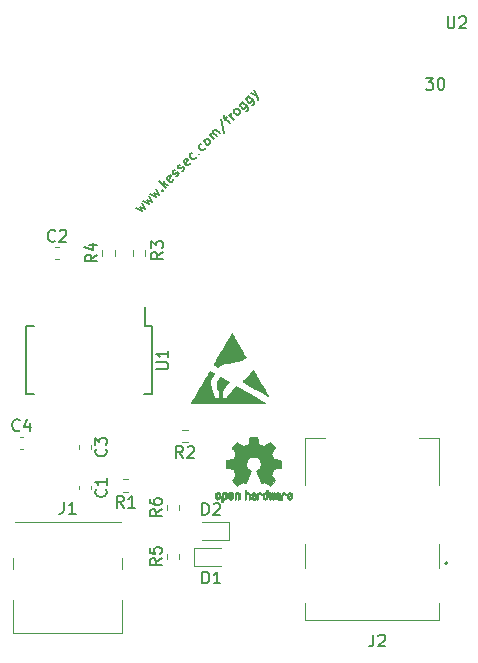
<source format=gbr>
%TF.GenerationSoftware,KiCad,Pcbnew,(5.1.7)-1*%
%TF.CreationDate,2021-01-12T02:59:51-08:00*%
%TF.ProjectId,froggy,66726f67-6779-42e6-9b69-6361645f7063,rev?*%
%TF.SameCoordinates,Original*%
%TF.FileFunction,Legend,Top*%
%TF.FilePolarity,Positive*%
%FSLAX46Y46*%
G04 Gerber Fmt 4.6, Leading zero omitted, Abs format (unit mm)*
G04 Created by KiCad (PCBNEW (5.1.7)-1) date 2021-01-12 02:59:51*
%MOMM*%
%LPD*%
G01*
G04 APERTURE LIST*
%ADD10C,0.200000*%
%ADD11C,0.100000*%
%ADD12C,0.010000*%
%ADD13C,0.120000*%
%ADD14C,0.150000*%
G04 APERTURE END LIST*
D10*
X172295362Y-55062200D02*
X172780235Y-55331574D01*
X172618611Y-54954451D01*
X172995734Y-55116075D01*
X172726360Y-54631202D01*
X172887985Y-54469578D02*
X173372858Y-54738952D01*
X173211234Y-54361828D01*
X173588357Y-54523452D01*
X173318983Y-54038579D01*
X173480608Y-53876955D02*
X173965481Y-54146329D01*
X173803856Y-53769205D01*
X174180980Y-53930830D01*
X173911606Y-53445956D01*
X174450354Y-53553706D02*
X174504229Y-53553706D01*
X174504229Y-53607581D01*
X174450354Y-53607581D01*
X174450354Y-53553706D01*
X174504229Y-53607581D01*
X174773603Y-53338207D02*
X174207917Y-52772521D01*
X174611978Y-53068833D02*
X174989102Y-53122708D01*
X174611978Y-52745584D02*
X174611978Y-53176582D01*
X175420101Y-52637834D02*
X175393163Y-52718647D01*
X175285414Y-52826396D01*
X175204601Y-52853334D01*
X175123789Y-52826396D01*
X174908290Y-52610897D01*
X174881352Y-52530085D01*
X174908290Y-52449272D01*
X175016039Y-52341523D01*
X175096852Y-52314585D01*
X175177664Y-52341523D01*
X175231539Y-52395398D01*
X175016039Y-52718647D01*
X175662537Y-52395398D02*
X175743349Y-52368460D01*
X175851099Y-52260711D01*
X175878036Y-52179898D01*
X175851099Y-52099086D01*
X175824162Y-52072149D01*
X175743349Y-52045211D01*
X175662537Y-52072149D01*
X175581725Y-52152961D01*
X175500913Y-52179898D01*
X175420101Y-52152961D01*
X175393163Y-52126024D01*
X175366226Y-52045211D01*
X175393163Y-51964399D01*
X175473975Y-51883587D01*
X175554788Y-51856650D01*
X176120473Y-51937462D02*
X176201285Y-51910524D01*
X176309035Y-51802775D01*
X176335972Y-51721963D01*
X176309035Y-51641150D01*
X176282097Y-51614213D01*
X176201285Y-51587276D01*
X176120473Y-51614213D01*
X176039661Y-51695025D01*
X175958849Y-51721963D01*
X175878036Y-51695025D01*
X175851099Y-51668088D01*
X175824162Y-51587276D01*
X175851099Y-51506463D01*
X175931911Y-51425651D01*
X176012723Y-51398714D01*
X176820845Y-51237089D02*
X176793908Y-51317902D01*
X176686158Y-51425651D01*
X176605346Y-51452589D01*
X176524534Y-51425651D01*
X176309035Y-51210152D01*
X176282097Y-51129340D01*
X176309035Y-51048528D01*
X176416784Y-50940778D01*
X176497597Y-50913841D01*
X176578409Y-50940778D01*
X176632284Y-50994653D01*
X176416784Y-51317902D01*
X177332656Y-50725279D02*
X177305719Y-50806091D01*
X177197969Y-50913841D01*
X177117157Y-50940778D01*
X177063282Y-50940778D01*
X176982470Y-50913841D01*
X176820845Y-50752216D01*
X176793908Y-50671404D01*
X176793908Y-50617529D01*
X176820845Y-50536717D01*
X176928595Y-50428967D01*
X177009407Y-50402030D01*
X177548155Y-50455905D02*
X177602030Y-50455905D01*
X177602030Y-50509780D01*
X177548155Y-50509780D01*
X177548155Y-50455905D01*
X177602030Y-50509780D01*
X178086903Y-49971032D02*
X178059966Y-50051844D01*
X177952216Y-50159593D01*
X177871404Y-50186531D01*
X177817529Y-50186531D01*
X177736717Y-50159593D01*
X177575093Y-49997969D01*
X177548155Y-49917157D01*
X177548155Y-49863282D01*
X177575093Y-49782470D01*
X177682842Y-49674720D01*
X177763654Y-49647783D01*
X178437089Y-49674720D02*
X178356277Y-49701658D01*
X178302402Y-49701658D01*
X178221590Y-49674720D01*
X178059966Y-49513096D01*
X178033028Y-49432284D01*
X178033028Y-49378409D01*
X178059966Y-49297597D01*
X178140778Y-49216784D01*
X178221590Y-49189847D01*
X178275465Y-49189847D01*
X178356277Y-49216784D01*
X178517902Y-49378409D01*
X178544839Y-49459221D01*
X178544839Y-49513096D01*
X178517902Y-49593908D01*
X178437089Y-49674720D01*
X178868088Y-49243722D02*
X178490964Y-48866598D01*
X178544839Y-48920473D02*
X178544839Y-48866598D01*
X178571776Y-48785786D01*
X178652589Y-48704974D01*
X178733401Y-48678036D01*
X178814213Y-48704974D01*
X179110524Y-49001285D01*
X178814213Y-48704974D02*
X178787276Y-48624162D01*
X178814213Y-48543349D01*
X178895025Y-48462537D01*
X178975837Y-48435600D01*
X179056650Y-48462537D01*
X179352961Y-48758849D01*
X179433773Y-47492791D02*
X179676210Y-48704974D01*
X179757022Y-47600540D02*
X179972521Y-47385041D01*
X180214958Y-47896852D02*
X179730085Y-47411978D01*
X179703147Y-47331166D01*
X179730085Y-47250354D01*
X179783960Y-47196479D01*
X180538207Y-47573603D02*
X180161083Y-47196479D01*
X180268833Y-47304229D02*
X180241895Y-47223417D01*
X180241895Y-47169542D01*
X180268833Y-47088730D01*
X180322708Y-47034855D01*
X180969205Y-47142604D02*
X180888393Y-47169542D01*
X180834518Y-47169542D01*
X180753706Y-47142604D01*
X180592082Y-46980980D01*
X180565144Y-46900168D01*
X180565144Y-46846293D01*
X180592082Y-46765481D01*
X180672894Y-46684669D01*
X180753706Y-46657731D01*
X180807581Y-46657731D01*
X180888393Y-46684669D01*
X181050017Y-46846293D01*
X181076955Y-46927105D01*
X181076955Y-46980980D01*
X181050017Y-47061792D01*
X180969205Y-47142604D01*
X181265517Y-46092046D02*
X181723452Y-46549982D01*
X181750390Y-46630794D01*
X181750390Y-46684669D01*
X181723452Y-46765481D01*
X181642640Y-46846293D01*
X181561828Y-46873230D01*
X181615703Y-46442232D02*
X181588765Y-46523044D01*
X181481016Y-46630794D01*
X181400204Y-46657731D01*
X181346329Y-46657731D01*
X181265517Y-46630794D01*
X181103892Y-46469169D01*
X181076955Y-46388357D01*
X181076955Y-46334482D01*
X181103892Y-46253670D01*
X181211642Y-46145921D01*
X181292454Y-46118983D01*
X181777327Y-45580235D02*
X182235263Y-46038171D01*
X182262200Y-46118983D01*
X182262200Y-46172858D01*
X182235263Y-46253670D01*
X182154451Y-46334482D01*
X182073639Y-46361420D01*
X182127513Y-45930421D02*
X182100576Y-46011234D01*
X181992826Y-46118983D01*
X181912014Y-46145921D01*
X181858139Y-46145921D01*
X181777327Y-46118983D01*
X181615703Y-45957359D01*
X181588765Y-45876547D01*
X181588765Y-45822672D01*
X181615703Y-45741860D01*
X181723452Y-45634110D01*
X181804265Y-45607173D01*
X181992826Y-45364736D02*
X182504637Y-45607173D01*
X182262200Y-45095362D02*
X182504637Y-45607173D01*
X182585449Y-45795734D01*
X182585449Y-45849609D01*
X182558512Y-45930421D01*
%TO.C,J2*%
X198530000Y-85238000D02*
X198530000Y-85238000D01*
X198530000Y-85038000D02*
X198530000Y-85038000D01*
D11*
X186570000Y-89938000D02*
X186570000Y-88538000D01*
X197890000Y-89938000D02*
X186570000Y-89938000D01*
X197890000Y-88538000D02*
X197890000Y-89938000D01*
X197890000Y-85538000D02*
X197890000Y-83538000D01*
X186570000Y-83538000D02*
X186570000Y-85538000D01*
X186570000Y-74538000D02*
X186570000Y-78538000D01*
X188230000Y-74537000D02*
X186570000Y-74538000D01*
X197890000Y-74538000D02*
X196230000Y-74537000D01*
X197890000Y-78538000D02*
X197890000Y-74538000D01*
D10*
X198530000Y-85038000D02*
G75*
G03*
X198530000Y-85238000I0J-100000D01*
G01*
X198530000Y-85238000D02*
G75*
G03*
X198530000Y-85038000I0J100000D01*
G01*
D12*
%TO.C,REF\u002A\u002A*%
G36*
X179799744Y-79119918D02*
G01*
X179855201Y-79147568D01*
X179904148Y-79198480D01*
X179917629Y-79217338D01*
X179932314Y-79242015D01*
X179941842Y-79268816D01*
X179947293Y-79304587D01*
X179949747Y-79356169D01*
X179950286Y-79424267D01*
X179947852Y-79517588D01*
X179939394Y-79587657D01*
X179923174Y-79639931D01*
X179897454Y-79679869D01*
X179860497Y-79712929D01*
X179857782Y-79714886D01*
X179821360Y-79734908D01*
X179777502Y-79744815D01*
X179721724Y-79747257D01*
X179631048Y-79747257D01*
X179631010Y-79835283D01*
X179630166Y-79884308D01*
X179625024Y-79913065D01*
X179611587Y-79930311D01*
X179585858Y-79944808D01*
X179579679Y-79947769D01*
X179550764Y-79961648D01*
X179528376Y-79970414D01*
X179511729Y-79971171D01*
X179500036Y-79961023D01*
X179492510Y-79937073D01*
X179488366Y-79896426D01*
X179486815Y-79836186D01*
X179487071Y-79753455D01*
X179488349Y-79645339D01*
X179488748Y-79613000D01*
X179490185Y-79501524D01*
X179491472Y-79428603D01*
X179630971Y-79428603D01*
X179631755Y-79490499D01*
X179635240Y-79530997D01*
X179643124Y-79557708D01*
X179657105Y-79578244D01*
X179666597Y-79588260D01*
X179705404Y-79617567D01*
X179739763Y-79619952D01*
X179775216Y-79595750D01*
X179776114Y-79594857D01*
X179790539Y-79576153D01*
X179799313Y-79550732D01*
X179803739Y-79511584D01*
X179805118Y-79451697D01*
X179805143Y-79438430D01*
X179801812Y-79355901D01*
X179790969Y-79298691D01*
X179771340Y-79263766D01*
X179741650Y-79248094D01*
X179724491Y-79246514D01*
X179683766Y-79253926D01*
X179655832Y-79278330D01*
X179639017Y-79322980D01*
X179631650Y-79391130D01*
X179630971Y-79428603D01*
X179491472Y-79428603D01*
X179491708Y-79415245D01*
X179493677Y-79350333D01*
X179496450Y-79302958D01*
X179500388Y-79269290D01*
X179505849Y-79245498D01*
X179513192Y-79227753D01*
X179522777Y-79212224D01*
X179526887Y-79206381D01*
X179581405Y-79151185D01*
X179650336Y-79119890D01*
X179730072Y-79111165D01*
X179799744Y-79119918D01*
G37*
X179799744Y-79119918D02*
X179855201Y-79147568D01*
X179904148Y-79198480D01*
X179917629Y-79217338D01*
X179932314Y-79242015D01*
X179941842Y-79268816D01*
X179947293Y-79304587D01*
X179949747Y-79356169D01*
X179950286Y-79424267D01*
X179947852Y-79517588D01*
X179939394Y-79587657D01*
X179923174Y-79639931D01*
X179897454Y-79679869D01*
X179860497Y-79712929D01*
X179857782Y-79714886D01*
X179821360Y-79734908D01*
X179777502Y-79744815D01*
X179721724Y-79747257D01*
X179631048Y-79747257D01*
X179631010Y-79835283D01*
X179630166Y-79884308D01*
X179625024Y-79913065D01*
X179611587Y-79930311D01*
X179585858Y-79944808D01*
X179579679Y-79947769D01*
X179550764Y-79961648D01*
X179528376Y-79970414D01*
X179511729Y-79971171D01*
X179500036Y-79961023D01*
X179492510Y-79937073D01*
X179488366Y-79896426D01*
X179486815Y-79836186D01*
X179487071Y-79753455D01*
X179488349Y-79645339D01*
X179488748Y-79613000D01*
X179490185Y-79501524D01*
X179491472Y-79428603D01*
X179630971Y-79428603D01*
X179631755Y-79490499D01*
X179635240Y-79530997D01*
X179643124Y-79557708D01*
X179657105Y-79578244D01*
X179666597Y-79588260D01*
X179705404Y-79617567D01*
X179739763Y-79619952D01*
X179775216Y-79595750D01*
X179776114Y-79594857D01*
X179790539Y-79576153D01*
X179799313Y-79550732D01*
X179803739Y-79511584D01*
X179805118Y-79451697D01*
X179805143Y-79438430D01*
X179801812Y-79355901D01*
X179790969Y-79298691D01*
X179771340Y-79263766D01*
X179741650Y-79248094D01*
X179724491Y-79246514D01*
X179683766Y-79253926D01*
X179655832Y-79278330D01*
X179639017Y-79322980D01*
X179631650Y-79391130D01*
X179630971Y-79428603D01*
X179491472Y-79428603D01*
X179491708Y-79415245D01*
X179493677Y-79350333D01*
X179496450Y-79302958D01*
X179500388Y-79269290D01*
X179505849Y-79245498D01*
X179513192Y-79227753D01*
X179522777Y-79212224D01*
X179526887Y-79206381D01*
X179581405Y-79151185D01*
X179650336Y-79119890D01*
X179730072Y-79111165D01*
X179799744Y-79119918D01*
G36*
X180916093Y-79127780D02*
G01*
X180962672Y-79154723D01*
X180995057Y-79181466D01*
X181018742Y-79209484D01*
X181035059Y-79243748D01*
X181045339Y-79289227D01*
X181050914Y-79350892D01*
X181053116Y-79433711D01*
X181053371Y-79493246D01*
X181053371Y-79712391D01*
X180991686Y-79740044D01*
X180930000Y-79767697D01*
X180922743Y-79527670D01*
X180919744Y-79438028D01*
X180916598Y-79372962D01*
X180912701Y-79328026D01*
X180907447Y-79298770D01*
X180900231Y-79280748D01*
X180890450Y-79269511D01*
X180887312Y-79267079D01*
X180839761Y-79248083D01*
X180791697Y-79255600D01*
X180763086Y-79275543D01*
X180751447Y-79289675D01*
X180743391Y-79308220D01*
X180738271Y-79336334D01*
X180735441Y-79379173D01*
X180734256Y-79441895D01*
X180734057Y-79507261D01*
X180734018Y-79589268D01*
X180732614Y-79647316D01*
X180727914Y-79686465D01*
X180717987Y-79711780D01*
X180700903Y-79728323D01*
X180674732Y-79741156D01*
X180639775Y-79754491D01*
X180601596Y-79769007D01*
X180606141Y-79511389D01*
X180607971Y-79418519D01*
X180610112Y-79349889D01*
X180613181Y-79300711D01*
X180617794Y-79266198D01*
X180624568Y-79241562D01*
X180634119Y-79222016D01*
X180645634Y-79204770D01*
X180701190Y-79149680D01*
X180768980Y-79117822D01*
X180842713Y-79110191D01*
X180916093Y-79127780D01*
G37*
X180916093Y-79127780D02*
X180962672Y-79154723D01*
X180995057Y-79181466D01*
X181018742Y-79209484D01*
X181035059Y-79243748D01*
X181045339Y-79289227D01*
X181050914Y-79350892D01*
X181053116Y-79433711D01*
X181053371Y-79493246D01*
X181053371Y-79712391D01*
X180991686Y-79740044D01*
X180930000Y-79767697D01*
X180922743Y-79527670D01*
X180919744Y-79438028D01*
X180916598Y-79372962D01*
X180912701Y-79328026D01*
X180907447Y-79298770D01*
X180900231Y-79280748D01*
X180890450Y-79269511D01*
X180887312Y-79267079D01*
X180839761Y-79248083D01*
X180791697Y-79255600D01*
X180763086Y-79275543D01*
X180751447Y-79289675D01*
X180743391Y-79308220D01*
X180738271Y-79336334D01*
X180735441Y-79379173D01*
X180734256Y-79441895D01*
X180734057Y-79507261D01*
X180734018Y-79589268D01*
X180732614Y-79647316D01*
X180727914Y-79686465D01*
X180717987Y-79711780D01*
X180700903Y-79728323D01*
X180674732Y-79741156D01*
X180639775Y-79754491D01*
X180601596Y-79769007D01*
X180606141Y-79511389D01*
X180607971Y-79418519D01*
X180610112Y-79349889D01*
X180613181Y-79300711D01*
X180617794Y-79266198D01*
X180624568Y-79241562D01*
X180634119Y-79222016D01*
X180645634Y-79204770D01*
X180701190Y-79149680D01*
X180768980Y-79117822D01*
X180842713Y-79110191D01*
X180916093Y-79127780D01*
G36*
X179241115Y-79121962D02*
G01*
X179309145Y-79157733D01*
X179359351Y-79215301D01*
X179377185Y-79252312D01*
X179391063Y-79307882D01*
X179398167Y-79378096D01*
X179398840Y-79454727D01*
X179393427Y-79529552D01*
X179382270Y-79594342D01*
X179365714Y-79640873D01*
X179360626Y-79648887D01*
X179300355Y-79708707D01*
X179228769Y-79744535D01*
X179151092Y-79755020D01*
X179072548Y-79738810D01*
X179050689Y-79729092D01*
X179008122Y-79699143D01*
X178970763Y-79659433D01*
X178967232Y-79654397D01*
X178952881Y-79630124D01*
X178943394Y-79604178D01*
X178937790Y-79570022D01*
X178935086Y-79521119D01*
X178934299Y-79450935D01*
X178934286Y-79435200D01*
X178934322Y-79430192D01*
X179079429Y-79430192D01*
X179080273Y-79496430D01*
X179083596Y-79540386D01*
X179090583Y-79568779D01*
X179102416Y-79588325D01*
X179108457Y-79594857D01*
X179143186Y-79619680D01*
X179176903Y-79618548D01*
X179210995Y-79597016D01*
X179231329Y-79574029D01*
X179243371Y-79540478D01*
X179250134Y-79487569D01*
X179250598Y-79481399D01*
X179251752Y-79385513D01*
X179239688Y-79314299D01*
X179214570Y-79268194D01*
X179176560Y-79247635D01*
X179162992Y-79246514D01*
X179127364Y-79252152D01*
X179102994Y-79271686D01*
X179088093Y-79309042D01*
X179080875Y-79368150D01*
X179079429Y-79430192D01*
X178934322Y-79430192D01*
X178934826Y-79360413D01*
X178937096Y-79308159D01*
X178942068Y-79271949D01*
X178950713Y-79245299D01*
X178964005Y-79221722D01*
X178966943Y-79217338D01*
X179016313Y-79158249D01*
X179070109Y-79123947D01*
X179135602Y-79110331D01*
X179157842Y-79109665D01*
X179241115Y-79121962D01*
G37*
X179241115Y-79121962D02*
X179309145Y-79157733D01*
X179359351Y-79215301D01*
X179377185Y-79252312D01*
X179391063Y-79307882D01*
X179398167Y-79378096D01*
X179398840Y-79454727D01*
X179393427Y-79529552D01*
X179382270Y-79594342D01*
X179365714Y-79640873D01*
X179360626Y-79648887D01*
X179300355Y-79708707D01*
X179228769Y-79744535D01*
X179151092Y-79755020D01*
X179072548Y-79738810D01*
X179050689Y-79729092D01*
X179008122Y-79699143D01*
X178970763Y-79659433D01*
X178967232Y-79654397D01*
X178952881Y-79630124D01*
X178943394Y-79604178D01*
X178937790Y-79570022D01*
X178935086Y-79521119D01*
X178934299Y-79450935D01*
X178934286Y-79435200D01*
X178934322Y-79430192D01*
X179079429Y-79430192D01*
X179080273Y-79496430D01*
X179083596Y-79540386D01*
X179090583Y-79568779D01*
X179102416Y-79588325D01*
X179108457Y-79594857D01*
X179143186Y-79619680D01*
X179176903Y-79618548D01*
X179210995Y-79597016D01*
X179231329Y-79574029D01*
X179243371Y-79540478D01*
X179250134Y-79487569D01*
X179250598Y-79481399D01*
X179251752Y-79385513D01*
X179239688Y-79314299D01*
X179214570Y-79268194D01*
X179176560Y-79247635D01*
X179162992Y-79246514D01*
X179127364Y-79252152D01*
X179102994Y-79271686D01*
X179088093Y-79309042D01*
X179080875Y-79368150D01*
X179079429Y-79430192D01*
X178934322Y-79430192D01*
X178934826Y-79360413D01*
X178937096Y-79308159D01*
X178942068Y-79271949D01*
X178950713Y-79245299D01*
X178964005Y-79221722D01*
X178966943Y-79217338D01*
X179016313Y-79158249D01*
X179070109Y-79123947D01*
X179135602Y-79110331D01*
X179157842Y-79109665D01*
X179241115Y-79121962D01*
G36*
X180368303Y-79131239D02*
G01*
X180425527Y-79169735D01*
X180469749Y-79225335D01*
X180496167Y-79296086D01*
X180501510Y-79348162D01*
X180500903Y-79369893D01*
X180495822Y-79386531D01*
X180481855Y-79401437D01*
X180454589Y-79417973D01*
X180409612Y-79439498D01*
X180342511Y-79469374D01*
X180342171Y-79469524D01*
X180280407Y-79497813D01*
X180229759Y-79522933D01*
X180195404Y-79542179D01*
X180182518Y-79552848D01*
X180182514Y-79552934D01*
X180193872Y-79576166D01*
X180220431Y-79601774D01*
X180250923Y-79620221D01*
X180266370Y-79623886D01*
X180308515Y-79611212D01*
X180344808Y-79579471D01*
X180362517Y-79544572D01*
X180379552Y-79518845D01*
X180412922Y-79489546D01*
X180452149Y-79464235D01*
X180486756Y-79450471D01*
X180493993Y-79449714D01*
X180502139Y-79462160D01*
X180502630Y-79493972D01*
X180496643Y-79536866D01*
X180485357Y-79582558D01*
X180469950Y-79622761D01*
X180469171Y-79624322D01*
X180422804Y-79689062D01*
X180362711Y-79733097D01*
X180294465Y-79754711D01*
X180223638Y-79752185D01*
X180155804Y-79723804D01*
X180152788Y-79721808D01*
X180099427Y-79673448D01*
X180064340Y-79610352D01*
X180044922Y-79527387D01*
X180042316Y-79504078D01*
X180037701Y-79394055D01*
X180043233Y-79342748D01*
X180182514Y-79342748D01*
X180184324Y-79374753D01*
X180194222Y-79384093D01*
X180218898Y-79377105D01*
X180257795Y-79360587D01*
X180301275Y-79339881D01*
X180302356Y-79339333D01*
X180339209Y-79319949D01*
X180354000Y-79307013D01*
X180350353Y-79293451D01*
X180334995Y-79275632D01*
X180295923Y-79249845D01*
X180253846Y-79247950D01*
X180216103Y-79266717D01*
X180190034Y-79302915D01*
X180182514Y-79342748D01*
X180043233Y-79342748D01*
X180047194Y-79306027D01*
X180071550Y-79236212D01*
X180105456Y-79187302D01*
X180166653Y-79137878D01*
X180234063Y-79113359D01*
X180302880Y-79111797D01*
X180368303Y-79131239D01*
G37*
X180368303Y-79131239D02*
X180425527Y-79169735D01*
X180469749Y-79225335D01*
X180496167Y-79296086D01*
X180501510Y-79348162D01*
X180500903Y-79369893D01*
X180495822Y-79386531D01*
X180481855Y-79401437D01*
X180454589Y-79417973D01*
X180409612Y-79439498D01*
X180342511Y-79469374D01*
X180342171Y-79469524D01*
X180280407Y-79497813D01*
X180229759Y-79522933D01*
X180195404Y-79542179D01*
X180182518Y-79552848D01*
X180182514Y-79552934D01*
X180193872Y-79576166D01*
X180220431Y-79601774D01*
X180250923Y-79620221D01*
X180266370Y-79623886D01*
X180308515Y-79611212D01*
X180344808Y-79579471D01*
X180362517Y-79544572D01*
X180379552Y-79518845D01*
X180412922Y-79489546D01*
X180452149Y-79464235D01*
X180486756Y-79450471D01*
X180493993Y-79449714D01*
X180502139Y-79462160D01*
X180502630Y-79493972D01*
X180496643Y-79536866D01*
X180485357Y-79582558D01*
X180469950Y-79622761D01*
X180469171Y-79624322D01*
X180422804Y-79689062D01*
X180362711Y-79733097D01*
X180294465Y-79754711D01*
X180223638Y-79752185D01*
X180155804Y-79723804D01*
X180152788Y-79721808D01*
X180099427Y-79673448D01*
X180064340Y-79610352D01*
X180044922Y-79527387D01*
X180042316Y-79504078D01*
X180037701Y-79394055D01*
X180043233Y-79342748D01*
X180182514Y-79342748D01*
X180184324Y-79374753D01*
X180194222Y-79384093D01*
X180218898Y-79377105D01*
X180257795Y-79360587D01*
X180301275Y-79339881D01*
X180302356Y-79339333D01*
X180339209Y-79319949D01*
X180354000Y-79307013D01*
X180350353Y-79293451D01*
X180334995Y-79275632D01*
X180295923Y-79249845D01*
X180253846Y-79247950D01*
X180216103Y-79266717D01*
X180190034Y-79302915D01*
X180182514Y-79342748D01*
X180043233Y-79342748D01*
X180047194Y-79306027D01*
X180071550Y-79236212D01*
X180105456Y-79187302D01*
X180166653Y-79137878D01*
X180234063Y-79113359D01*
X180302880Y-79111797D01*
X180368303Y-79131239D01*
G36*
X181575886Y-79051289D02*
G01*
X181580139Y-79110613D01*
X181585025Y-79145572D01*
X181591795Y-79160820D01*
X181601702Y-79161015D01*
X181604914Y-79159195D01*
X181647644Y-79146015D01*
X181703227Y-79146785D01*
X181759737Y-79160333D01*
X181795082Y-79177861D01*
X181831321Y-79205861D01*
X181857813Y-79237549D01*
X181875999Y-79277813D01*
X181887322Y-79331543D01*
X181893222Y-79403626D01*
X181895143Y-79498951D01*
X181895177Y-79517237D01*
X181895200Y-79722646D01*
X181849491Y-79738580D01*
X181817027Y-79749420D01*
X181799215Y-79754468D01*
X181798691Y-79754514D01*
X181796937Y-79740828D01*
X181795444Y-79703076D01*
X181794326Y-79646224D01*
X181793697Y-79575234D01*
X181793600Y-79532073D01*
X181793398Y-79446973D01*
X181792358Y-79385981D01*
X181789831Y-79344177D01*
X181785164Y-79316642D01*
X181777707Y-79298456D01*
X181766811Y-79284698D01*
X181760007Y-79278073D01*
X181713272Y-79251375D01*
X181662272Y-79249375D01*
X181616001Y-79271955D01*
X181607444Y-79280107D01*
X181594893Y-79295436D01*
X181586188Y-79313618D01*
X181580631Y-79339909D01*
X181577526Y-79379562D01*
X181576176Y-79437832D01*
X181575886Y-79518173D01*
X181575886Y-79722646D01*
X181530177Y-79738580D01*
X181497713Y-79749420D01*
X181479901Y-79754468D01*
X181479377Y-79754514D01*
X181478037Y-79740623D01*
X181476828Y-79701439D01*
X181475801Y-79640700D01*
X181475002Y-79562141D01*
X181474481Y-79469498D01*
X181474286Y-79366509D01*
X181474286Y-78969342D01*
X181521457Y-78949444D01*
X181568629Y-78929547D01*
X181575886Y-79051289D01*
G37*
X181575886Y-79051289D02*
X181580139Y-79110613D01*
X181585025Y-79145572D01*
X181591795Y-79160820D01*
X181601702Y-79161015D01*
X181604914Y-79159195D01*
X181647644Y-79146015D01*
X181703227Y-79146785D01*
X181759737Y-79160333D01*
X181795082Y-79177861D01*
X181831321Y-79205861D01*
X181857813Y-79237549D01*
X181875999Y-79277813D01*
X181887322Y-79331543D01*
X181893222Y-79403626D01*
X181895143Y-79498951D01*
X181895177Y-79517237D01*
X181895200Y-79722646D01*
X181849491Y-79738580D01*
X181817027Y-79749420D01*
X181799215Y-79754468D01*
X181798691Y-79754514D01*
X181796937Y-79740828D01*
X181795444Y-79703076D01*
X181794326Y-79646224D01*
X181793697Y-79575234D01*
X181793600Y-79532073D01*
X181793398Y-79446973D01*
X181792358Y-79385981D01*
X181789831Y-79344177D01*
X181785164Y-79316642D01*
X181777707Y-79298456D01*
X181766811Y-79284698D01*
X181760007Y-79278073D01*
X181713272Y-79251375D01*
X181662272Y-79249375D01*
X181616001Y-79271955D01*
X181607444Y-79280107D01*
X181594893Y-79295436D01*
X181586188Y-79313618D01*
X181580631Y-79339909D01*
X181577526Y-79379562D01*
X181576176Y-79437832D01*
X181575886Y-79518173D01*
X181575886Y-79722646D01*
X181530177Y-79738580D01*
X181497713Y-79749420D01*
X181479901Y-79754468D01*
X181479377Y-79754514D01*
X181478037Y-79740623D01*
X181476828Y-79701439D01*
X181475801Y-79640700D01*
X181475002Y-79562141D01*
X181474481Y-79469498D01*
X181474286Y-79366509D01*
X181474286Y-78969342D01*
X181521457Y-78949444D01*
X181568629Y-78929547D01*
X181575886Y-79051289D01*
G36*
X182239744Y-79150968D02*
G01*
X182296616Y-79172087D01*
X182297267Y-79172493D01*
X182332440Y-79198380D01*
X182358407Y-79228633D01*
X182376670Y-79268058D01*
X182388732Y-79321462D01*
X182396096Y-79393651D01*
X182400264Y-79489432D01*
X182400629Y-79503078D01*
X182405876Y-79708842D01*
X182361716Y-79731678D01*
X182329763Y-79747110D01*
X182310470Y-79754423D01*
X182309578Y-79754514D01*
X182306239Y-79741022D01*
X182303587Y-79704626D01*
X182301956Y-79651452D01*
X182301600Y-79608393D01*
X182301592Y-79538641D01*
X182298403Y-79494837D01*
X182287288Y-79473944D01*
X182263501Y-79472925D01*
X182222296Y-79488741D01*
X182160086Y-79517815D01*
X182114341Y-79541963D01*
X182090813Y-79562913D01*
X182083896Y-79585747D01*
X182083886Y-79586877D01*
X182095299Y-79626212D01*
X182129092Y-79647462D01*
X182180809Y-79650539D01*
X182218061Y-79650006D01*
X182237703Y-79660735D01*
X182249952Y-79686505D01*
X182257002Y-79719337D01*
X182246842Y-79737966D01*
X182243017Y-79740632D01*
X182207001Y-79751340D01*
X182156566Y-79752856D01*
X182104626Y-79745759D01*
X182067822Y-79732788D01*
X182016938Y-79689585D01*
X181988014Y-79629446D01*
X181982286Y-79582462D01*
X181986657Y-79540082D01*
X182002475Y-79505488D01*
X182033797Y-79474763D01*
X182084678Y-79443990D01*
X182159176Y-79409252D01*
X182163714Y-79407288D01*
X182230821Y-79376287D01*
X182272232Y-79350862D01*
X182289981Y-79328014D01*
X182286107Y-79304745D01*
X182262643Y-79278056D01*
X182255627Y-79271914D01*
X182208630Y-79248100D01*
X182159933Y-79249103D01*
X182117522Y-79272451D01*
X182089384Y-79315675D01*
X182086769Y-79324160D01*
X182061308Y-79365308D01*
X182029001Y-79385128D01*
X181982286Y-79404770D01*
X181982286Y-79353950D01*
X181996496Y-79280082D01*
X182038675Y-79212327D01*
X182060624Y-79189661D01*
X182110517Y-79160569D01*
X182173967Y-79147400D01*
X182239744Y-79150968D01*
G37*
X182239744Y-79150968D02*
X182296616Y-79172087D01*
X182297267Y-79172493D01*
X182332440Y-79198380D01*
X182358407Y-79228633D01*
X182376670Y-79268058D01*
X182388732Y-79321462D01*
X182396096Y-79393651D01*
X182400264Y-79489432D01*
X182400629Y-79503078D01*
X182405876Y-79708842D01*
X182361716Y-79731678D01*
X182329763Y-79747110D01*
X182310470Y-79754423D01*
X182309578Y-79754514D01*
X182306239Y-79741022D01*
X182303587Y-79704626D01*
X182301956Y-79651452D01*
X182301600Y-79608393D01*
X182301592Y-79538641D01*
X182298403Y-79494837D01*
X182287288Y-79473944D01*
X182263501Y-79472925D01*
X182222296Y-79488741D01*
X182160086Y-79517815D01*
X182114341Y-79541963D01*
X182090813Y-79562913D01*
X182083896Y-79585747D01*
X182083886Y-79586877D01*
X182095299Y-79626212D01*
X182129092Y-79647462D01*
X182180809Y-79650539D01*
X182218061Y-79650006D01*
X182237703Y-79660735D01*
X182249952Y-79686505D01*
X182257002Y-79719337D01*
X182246842Y-79737966D01*
X182243017Y-79740632D01*
X182207001Y-79751340D01*
X182156566Y-79752856D01*
X182104626Y-79745759D01*
X182067822Y-79732788D01*
X182016938Y-79689585D01*
X181988014Y-79629446D01*
X181982286Y-79582462D01*
X181986657Y-79540082D01*
X182002475Y-79505488D01*
X182033797Y-79474763D01*
X182084678Y-79443990D01*
X182159176Y-79409252D01*
X182163714Y-79407288D01*
X182230821Y-79376287D01*
X182272232Y-79350862D01*
X182289981Y-79328014D01*
X182286107Y-79304745D01*
X182262643Y-79278056D01*
X182255627Y-79271914D01*
X182208630Y-79248100D01*
X182159933Y-79249103D01*
X182117522Y-79272451D01*
X182089384Y-79315675D01*
X182086769Y-79324160D01*
X182061308Y-79365308D01*
X182029001Y-79385128D01*
X181982286Y-79404770D01*
X181982286Y-79353950D01*
X181996496Y-79280082D01*
X182038675Y-79212327D01*
X182060624Y-79189661D01*
X182110517Y-79160569D01*
X182173967Y-79147400D01*
X182239744Y-79150968D01*
G36*
X182729926Y-79149755D02*
G01*
X182795858Y-79174084D01*
X182849273Y-79217117D01*
X182870164Y-79247409D01*
X182892939Y-79302994D01*
X182892466Y-79343186D01*
X182868562Y-79370217D01*
X182859717Y-79374813D01*
X182821530Y-79389144D01*
X182802028Y-79385472D01*
X182795422Y-79361407D01*
X182795086Y-79348114D01*
X182782992Y-79299210D01*
X182751471Y-79264999D01*
X182707659Y-79248476D01*
X182658695Y-79252634D01*
X182618894Y-79274227D01*
X182605450Y-79286544D01*
X182595921Y-79301487D01*
X182589485Y-79324075D01*
X182585317Y-79359328D01*
X182582597Y-79412266D01*
X182580502Y-79487907D01*
X182579960Y-79511857D01*
X182577981Y-79593790D01*
X182575731Y-79651455D01*
X182572357Y-79689608D01*
X182567006Y-79713004D01*
X182558824Y-79726398D01*
X182546959Y-79734545D01*
X182539362Y-79738144D01*
X182507102Y-79750452D01*
X182488111Y-79754514D01*
X182481836Y-79740948D01*
X182478006Y-79699934D01*
X182476600Y-79630999D01*
X182477598Y-79533669D01*
X182477908Y-79518657D01*
X182480101Y-79429859D01*
X182482693Y-79365019D01*
X182486382Y-79319067D01*
X182491864Y-79286935D01*
X182499835Y-79263553D01*
X182510993Y-79243852D01*
X182516830Y-79235410D01*
X182550296Y-79198057D01*
X182587727Y-79169003D01*
X182592309Y-79166467D01*
X182659426Y-79146443D01*
X182729926Y-79149755D01*
G37*
X182729926Y-79149755D02*
X182795858Y-79174084D01*
X182849273Y-79217117D01*
X182870164Y-79247409D01*
X182892939Y-79302994D01*
X182892466Y-79343186D01*
X182868562Y-79370217D01*
X182859717Y-79374813D01*
X182821530Y-79389144D01*
X182802028Y-79385472D01*
X182795422Y-79361407D01*
X182795086Y-79348114D01*
X182782992Y-79299210D01*
X182751471Y-79264999D01*
X182707659Y-79248476D01*
X182658695Y-79252634D01*
X182618894Y-79274227D01*
X182605450Y-79286544D01*
X182595921Y-79301487D01*
X182589485Y-79324075D01*
X182585317Y-79359328D01*
X182582597Y-79412266D01*
X182580502Y-79487907D01*
X182579960Y-79511857D01*
X182577981Y-79593790D01*
X182575731Y-79651455D01*
X182572357Y-79689608D01*
X182567006Y-79713004D01*
X182558824Y-79726398D01*
X182546959Y-79734545D01*
X182539362Y-79738144D01*
X182507102Y-79750452D01*
X182488111Y-79754514D01*
X182481836Y-79740948D01*
X182478006Y-79699934D01*
X182476600Y-79630999D01*
X182477598Y-79533669D01*
X182477908Y-79518657D01*
X182480101Y-79429859D01*
X182482693Y-79365019D01*
X182486382Y-79319067D01*
X182491864Y-79286935D01*
X182499835Y-79263553D01*
X182510993Y-79243852D01*
X182516830Y-79235410D01*
X182550296Y-79198057D01*
X182587727Y-79169003D01*
X182592309Y-79166467D01*
X182659426Y-79146443D01*
X182729926Y-79149755D01*
G36*
X183390117Y-79265358D02*
G01*
X183389933Y-79373837D01*
X183389219Y-79457287D01*
X183387675Y-79519704D01*
X183385001Y-79565085D01*
X183380894Y-79597429D01*
X183375055Y-79620733D01*
X183367182Y-79638995D01*
X183361221Y-79649418D01*
X183311855Y-79705945D01*
X183249264Y-79741377D01*
X183180013Y-79754090D01*
X183110668Y-79742463D01*
X183069375Y-79721568D01*
X183026025Y-79685422D01*
X182996481Y-79641276D01*
X182978655Y-79583462D01*
X182970463Y-79506313D01*
X182969302Y-79449714D01*
X182969458Y-79445647D01*
X183070857Y-79445647D01*
X183071476Y-79510550D01*
X183074314Y-79553514D01*
X183080840Y-79581622D01*
X183092523Y-79601953D01*
X183106483Y-79617288D01*
X183153365Y-79646890D01*
X183203701Y-79649419D01*
X183251276Y-79624705D01*
X183254979Y-79621356D01*
X183270783Y-79603935D01*
X183280693Y-79583209D01*
X183286058Y-79552362D01*
X183288228Y-79504577D01*
X183288571Y-79451748D01*
X183287827Y-79385381D01*
X183284748Y-79341106D01*
X183278061Y-79312009D01*
X183266496Y-79291173D01*
X183257013Y-79280107D01*
X183212960Y-79252198D01*
X183162224Y-79248843D01*
X183113796Y-79270159D01*
X183104450Y-79278073D01*
X183088540Y-79295647D01*
X183078610Y-79316587D01*
X183073278Y-79347782D01*
X183071163Y-79396122D01*
X183070857Y-79445647D01*
X182969458Y-79445647D01*
X182972810Y-79358568D01*
X182984726Y-79290086D01*
X183007135Y-79238600D01*
X183042124Y-79198443D01*
X183069375Y-79177861D01*
X183118907Y-79155625D01*
X183176316Y-79145304D01*
X183229682Y-79148067D01*
X183259543Y-79159212D01*
X183271261Y-79162383D01*
X183279037Y-79150557D01*
X183284465Y-79118866D01*
X183288571Y-79070593D01*
X183293067Y-79016829D01*
X183299313Y-78984482D01*
X183310676Y-78965985D01*
X183330528Y-78953770D01*
X183343000Y-78948362D01*
X183390171Y-78928601D01*
X183390117Y-79265358D01*
G37*
X183390117Y-79265358D02*
X183389933Y-79373837D01*
X183389219Y-79457287D01*
X183387675Y-79519704D01*
X183385001Y-79565085D01*
X183380894Y-79597429D01*
X183375055Y-79620733D01*
X183367182Y-79638995D01*
X183361221Y-79649418D01*
X183311855Y-79705945D01*
X183249264Y-79741377D01*
X183180013Y-79754090D01*
X183110668Y-79742463D01*
X183069375Y-79721568D01*
X183026025Y-79685422D01*
X182996481Y-79641276D01*
X182978655Y-79583462D01*
X182970463Y-79506313D01*
X182969302Y-79449714D01*
X182969458Y-79445647D01*
X183070857Y-79445647D01*
X183071476Y-79510550D01*
X183074314Y-79553514D01*
X183080840Y-79581622D01*
X183092523Y-79601953D01*
X183106483Y-79617288D01*
X183153365Y-79646890D01*
X183203701Y-79649419D01*
X183251276Y-79624705D01*
X183254979Y-79621356D01*
X183270783Y-79603935D01*
X183280693Y-79583209D01*
X183286058Y-79552362D01*
X183288228Y-79504577D01*
X183288571Y-79451748D01*
X183287827Y-79385381D01*
X183284748Y-79341106D01*
X183278061Y-79312009D01*
X183266496Y-79291173D01*
X183257013Y-79280107D01*
X183212960Y-79252198D01*
X183162224Y-79248843D01*
X183113796Y-79270159D01*
X183104450Y-79278073D01*
X183088540Y-79295647D01*
X183078610Y-79316587D01*
X183073278Y-79347782D01*
X183071163Y-79396122D01*
X183070857Y-79445647D01*
X182969458Y-79445647D01*
X182972810Y-79358568D01*
X182984726Y-79290086D01*
X183007135Y-79238600D01*
X183042124Y-79198443D01*
X183069375Y-79177861D01*
X183118907Y-79155625D01*
X183176316Y-79145304D01*
X183229682Y-79148067D01*
X183259543Y-79159212D01*
X183271261Y-79162383D01*
X183279037Y-79150557D01*
X183284465Y-79118866D01*
X183288571Y-79070593D01*
X183293067Y-79016829D01*
X183299313Y-78984482D01*
X183310676Y-78965985D01*
X183330528Y-78953770D01*
X183343000Y-78948362D01*
X183390171Y-78928601D01*
X183390117Y-79265358D01*
G36*
X183979833Y-79158663D02*
G01*
X183982048Y-79196850D01*
X183983784Y-79254886D01*
X183984899Y-79328180D01*
X183985257Y-79405055D01*
X183985257Y-79665196D01*
X183939326Y-79711127D01*
X183907675Y-79739429D01*
X183879890Y-79750893D01*
X183841915Y-79750168D01*
X183826840Y-79748321D01*
X183779726Y-79742948D01*
X183740756Y-79739869D01*
X183731257Y-79739585D01*
X183699233Y-79741445D01*
X183653432Y-79746114D01*
X183635674Y-79748321D01*
X183592057Y-79751735D01*
X183562745Y-79744320D01*
X183533680Y-79721427D01*
X183523188Y-79711127D01*
X183477257Y-79665196D01*
X183477257Y-79178602D01*
X183514226Y-79161758D01*
X183546059Y-79149282D01*
X183564683Y-79144914D01*
X183569458Y-79158718D01*
X183573921Y-79197286D01*
X183577775Y-79256356D01*
X183580722Y-79331663D01*
X183582143Y-79395286D01*
X183586114Y-79645657D01*
X183620759Y-79650556D01*
X183652268Y-79647131D01*
X183667708Y-79636041D01*
X183672023Y-79615308D01*
X183675708Y-79571145D01*
X183678469Y-79509146D01*
X183680012Y-79434909D01*
X183680235Y-79396706D01*
X183680457Y-79176783D01*
X183726166Y-79160849D01*
X183758518Y-79150015D01*
X183776115Y-79144962D01*
X183776623Y-79144914D01*
X183778388Y-79158648D01*
X183780329Y-79196730D01*
X183782282Y-79254482D01*
X183784084Y-79327227D01*
X183785343Y-79395286D01*
X183789314Y-79645657D01*
X183876400Y-79645657D01*
X183880396Y-79417240D01*
X183884392Y-79188822D01*
X183926847Y-79166868D01*
X183958192Y-79151793D01*
X183976744Y-79144951D01*
X183977279Y-79144914D01*
X183979833Y-79158663D01*
G37*
X183979833Y-79158663D02*
X183982048Y-79196850D01*
X183983784Y-79254886D01*
X183984899Y-79328180D01*
X183985257Y-79405055D01*
X183985257Y-79665196D01*
X183939326Y-79711127D01*
X183907675Y-79739429D01*
X183879890Y-79750893D01*
X183841915Y-79750168D01*
X183826840Y-79748321D01*
X183779726Y-79742948D01*
X183740756Y-79739869D01*
X183731257Y-79739585D01*
X183699233Y-79741445D01*
X183653432Y-79746114D01*
X183635674Y-79748321D01*
X183592057Y-79751735D01*
X183562745Y-79744320D01*
X183533680Y-79721427D01*
X183523188Y-79711127D01*
X183477257Y-79665196D01*
X183477257Y-79178602D01*
X183514226Y-79161758D01*
X183546059Y-79149282D01*
X183564683Y-79144914D01*
X183569458Y-79158718D01*
X183573921Y-79197286D01*
X183577775Y-79256356D01*
X183580722Y-79331663D01*
X183582143Y-79395286D01*
X183586114Y-79645657D01*
X183620759Y-79650556D01*
X183652268Y-79647131D01*
X183667708Y-79636041D01*
X183672023Y-79615308D01*
X183675708Y-79571145D01*
X183678469Y-79509146D01*
X183680012Y-79434909D01*
X183680235Y-79396706D01*
X183680457Y-79176783D01*
X183726166Y-79160849D01*
X183758518Y-79150015D01*
X183776115Y-79144962D01*
X183776623Y-79144914D01*
X183778388Y-79158648D01*
X183780329Y-79196730D01*
X183782282Y-79254482D01*
X183784084Y-79327227D01*
X183785343Y-79395286D01*
X183789314Y-79645657D01*
X183876400Y-79645657D01*
X183880396Y-79417240D01*
X183884392Y-79188822D01*
X183926847Y-79166868D01*
X183958192Y-79151793D01*
X183976744Y-79144951D01*
X183977279Y-79144914D01*
X183979833Y-79158663D01*
G36*
X184344876Y-79156335D02*
G01*
X184386667Y-79175344D01*
X184419469Y-79198378D01*
X184443503Y-79224133D01*
X184460097Y-79257358D01*
X184470577Y-79302800D01*
X184476271Y-79365207D01*
X184478507Y-79449327D01*
X184478743Y-79504721D01*
X184478743Y-79720826D01*
X184441774Y-79737670D01*
X184412656Y-79749981D01*
X184398231Y-79754514D01*
X184395472Y-79741025D01*
X184393282Y-79704653D01*
X184391942Y-79651542D01*
X184391657Y-79609372D01*
X184390434Y-79548447D01*
X184387136Y-79500115D01*
X184382321Y-79470518D01*
X184378496Y-79464229D01*
X184352783Y-79470652D01*
X184312418Y-79487125D01*
X184265679Y-79509458D01*
X184220845Y-79533457D01*
X184186193Y-79554930D01*
X184170002Y-79569685D01*
X184169938Y-79569845D01*
X184171330Y-79597152D01*
X184183818Y-79623219D01*
X184205743Y-79644392D01*
X184237743Y-79651474D01*
X184265092Y-79650649D01*
X184303826Y-79650042D01*
X184324158Y-79659116D01*
X184336369Y-79683092D01*
X184337909Y-79687613D01*
X184343203Y-79721806D01*
X184329047Y-79742568D01*
X184292148Y-79752462D01*
X184252289Y-79754292D01*
X184180562Y-79740727D01*
X184143432Y-79721355D01*
X184097576Y-79675845D01*
X184073256Y-79619983D01*
X184071073Y-79560957D01*
X184091629Y-79505953D01*
X184122549Y-79471486D01*
X184153420Y-79452189D01*
X184201942Y-79427759D01*
X184258485Y-79402985D01*
X184267910Y-79399199D01*
X184330019Y-79371791D01*
X184365822Y-79347634D01*
X184377337Y-79323619D01*
X184366580Y-79296635D01*
X184348114Y-79275543D01*
X184304469Y-79249572D01*
X184256446Y-79247624D01*
X184212406Y-79267637D01*
X184180709Y-79307551D01*
X184176549Y-79317848D01*
X184152327Y-79355724D01*
X184116965Y-79383842D01*
X184072343Y-79406917D01*
X184072343Y-79341485D01*
X184074969Y-79301506D01*
X184086230Y-79269997D01*
X184111199Y-79236378D01*
X184135169Y-79210484D01*
X184172441Y-79173817D01*
X184201401Y-79154121D01*
X184232505Y-79146220D01*
X184267713Y-79144914D01*
X184344876Y-79156335D01*
G37*
X184344876Y-79156335D02*
X184386667Y-79175344D01*
X184419469Y-79198378D01*
X184443503Y-79224133D01*
X184460097Y-79257358D01*
X184470577Y-79302800D01*
X184476271Y-79365207D01*
X184478507Y-79449327D01*
X184478743Y-79504721D01*
X184478743Y-79720826D01*
X184441774Y-79737670D01*
X184412656Y-79749981D01*
X184398231Y-79754514D01*
X184395472Y-79741025D01*
X184393282Y-79704653D01*
X184391942Y-79651542D01*
X184391657Y-79609372D01*
X184390434Y-79548447D01*
X184387136Y-79500115D01*
X184382321Y-79470518D01*
X184378496Y-79464229D01*
X184352783Y-79470652D01*
X184312418Y-79487125D01*
X184265679Y-79509458D01*
X184220845Y-79533457D01*
X184186193Y-79554930D01*
X184170002Y-79569685D01*
X184169938Y-79569845D01*
X184171330Y-79597152D01*
X184183818Y-79623219D01*
X184205743Y-79644392D01*
X184237743Y-79651474D01*
X184265092Y-79650649D01*
X184303826Y-79650042D01*
X184324158Y-79659116D01*
X184336369Y-79683092D01*
X184337909Y-79687613D01*
X184343203Y-79721806D01*
X184329047Y-79742568D01*
X184292148Y-79752462D01*
X184252289Y-79754292D01*
X184180562Y-79740727D01*
X184143432Y-79721355D01*
X184097576Y-79675845D01*
X184073256Y-79619983D01*
X184071073Y-79560957D01*
X184091629Y-79505953D01*
X184122549Y-79471486D01*
X184153420Y-79452189D01*
X184201942Y-79427759D01*
X184258485Y-79402985D01*
X184267910Y-79399199D01*
X184330019Y-79371791D01*
X184365822Y-79347634D01*
X184377337Y-79323619D01*
X184366580Y-79296635D01*
X184348114Y-79275543D01*
X184304469Y-79249572D01*
X184256446Y-79247624D01*
X184212406Y-79267637D01*
X184180709Y-79307551D01*
X184176549Y-79317848D01*
X184152327Y-79355724D01*
X184116965Y-79383842D01*
X184072343Y-79406917D01*
X184072343Y-79341485D01*
X184074969Y-79301506D01*
X184086230Y-79269997D01*
X184111199Y-79236378D01*
X184135169Y-79210484D01*
X184172441Y-79173817D01*
X184201401Y-79154121D01*
X184232505Y-79146220D01*
X184267713Y-79144914D01*
X184344876Y-79156335D01*
G36*
X184852600Y-79158752D02*
G01*
X184869948Y-79166334D01*
X184911356Y-79199128D01*
X184946765Y-79246547D01*
X184968664Y-79297151D01*
X184972229Y-79322098D01*
X184960279Y-79356927D01*
X184934067Y-79375357D01*
X184905964Y-79386516D01*
X184893095Y-79388572D01*
X184886829Y-79373649D01*
X184874456Y-79341175D01*
X184869028Y-79326502D01*
X184838590Y-79275744D01*
X184794520Y-79250427D01*
X184738010Y-79251206D01*
X184733825Y-79252203D01*
X184703655Y-79266507D01*
X184681476Y-79294393D01*
X184666327Y-79339287D01*
X184657250Y-79404615D01*
X184653286Y-79493804D01*
X184652914Y-79541261D01*
X184652730Y-79616071D01*
X184651522Y-79667069D01*
X184648309Y-79699471D01*
X184642109Y-79718495D01*
X184631940Y-79729356D01*
X184616819Y-79737272D01*
X184615946Y-79737670D01*
X184586828Y-79749981D01*
X184572403Y-79754514D01*
X184570186Y-79740809D01*
X184568289Y-79702925D01*
X184566847Y-79645715D01*
X184565998Y-79574027D01*
X184565829Y-79521565D01*
X184566692Y-79420047D01*
X184570070Y-79343032D01*
X184577142Y-79286023D01*
X184589088Y-79244526D01*
X184607090Y-79214043D01*
X184632327Y-79190080D01*
X184657247Y-79173355D01*
X184717171Y-79151097D01*
X184786911Y-79146076D01*
X184852600Y-79158752D01*
G37*
X184852600Y-79158752D02*
X184869948Y-79166334D01*
X184911356Y-79199128D01*
X184946765Y-79246547D01*
X184968664Y-79297151D01*
X184972229Y-79322098D01*
X184960279Y-79356927D01*
X184934067Y-79375357D01*
X184905964Y-79386516D01*
X184893095Y-79388572D01*
X184886829Y-79373649D01*
X184874456Y-79341175D01*
X184869028Y-79326502D01*
X184838590Y-79275744D01*
X184794520Y-79250427D01*
X184738010Y-79251206D01*
X184733825Y-79252203D01*
X184703655Y-79266507D01*
X184681476Y-79294393D01*
X184666327Y-79339287D01*
X184657250Y-79404615D01*
X184653286Y-79493804D01*
X184652914Y-79541261D01*
X184652730Y-79616071D01*
X184651522Y-79667069D01*
X184648309Y-79699471D01*
X184642109Y-79718495D01*
X184631940Y-79729356D01*
X184616819Y-79737272D01*
X184615946Y-79737670D01*
X184586828Y-79749981D01*
X184572403Y-79754514D01*
X184570186Y-79740809D01*
X184568289Y-79702925D01*
X184566847Y-79645715D01*
X184565998Y-79574027D01*
X184565829Y-79521565D01*
X184566692Y-79420047D01*
X184570070Y-79343032D01*
X184577142Y-79286023D01*
X184589088Y-79244526D01*
X184607090Y-79214043D01*
X184632327Y-79190080D01*
X184657247Y-79173355D01*
X184717171Y-79151097D01*
X184786911Y-79146076D01*
X184852600Y-79158752D01*
G36*
X185353595Y-79166966D02*
G01*
X185411021Y-79204497D01*
X185438719Y-79238096D01*
X185460662Y-79299064D01*
X185462405Y-79347308D01*
X185458457Y-79411816D01*
X185309686Y-79476934D01*
X185237349Y-79510202D01*
X185190084Y-79536964D01*
X185165507Y-79560144D01*
X185161237Y-79582667D01*
X185174889Y-79607455D01*
X185189943Y-79623886D01*
X185233746Y-79650235D01*
X185281389Y-79652081D01*
X185325145Y-79631546D01*
X185357289Y-79590752D01*
X185363038Y-79576347D01*
X185390576Y-79531356D01*
X185422258Y-79512182D01*
X185465714Y-79495779D01*
X185465714Y-79557966D01*
X185461872Y-79600283D01*
X185446823Y-79635969D01*
X185415280Y-79676943D01*
X185410592Y-79682267D01*
X185375506Y-79718720D01*
X185345347Y-79738283D01*
X185307615Y-79747283D01*
X185276335Y-79750230D01*
X185220385Y-79750965D01*
X185180555Y-79741660D01*
X185155708Y-79727846D01*
X185116656Y-79697467D01*
X185089625Y-79664613D01*
X185072517Y-79623294D01*
X185063238Y-79567521D01*
X185059693Y-79491305D01*
X185059410Y-79452622D01*
X185060372Y-79406247D01*
X185148007Y-79406247D01*
X185149023Y-79431126D01*
X185151556Y-79435200D01*
X185168274Y-79429665D01*
X185204249Y-79415017D01*
X185252331Y-79394190D01*
X185262386Y-79389714D01*
X185323152Y-79358814D01*
X185356632Y-79331657D01*
X185363990Y-79306220D01*
X185346391Y-79280481D01*
X185331856Y-79269109D01*
X185279410Y-79246364D01*
X185230322Y-79250122D01*
X185189227Y-79277884D01*
X185160758Y-79327152D01*
X185151631Y-79366257D01*
X185148007Y-79406247D01*
X185060372Y-79406247D01*
X185061285Y-79362249D01*
X185068196Y-79295384D01*
X185081884Y-79246695D01*
X185104096Y-79210849D01*
X185136574Y-79182513D01*
X185150733Y-79173355D01*
X185215053Y-79149507D01*
X185285473Y-79148006D01*
X185353595Y-79166966D01*
G37*
X185353595Y-79166966D02*
X185411021Y-79204497D01*
X185438719Y-79238096D01*
X185460662Y-79299064D01*
X185462405Y-79347308D01*
X185458457Y-79411816D01*
X185309686Y-79476934D01*
X185237349Y-79510202D01*
X185190084Y-79536964D01*
X185165507Y-79560144D01*
X185161237Y-79582667D01*
X185174889Y-79607455D01*
X185189943Y-79623886D01*
X185233746Y-79650235D01*
X185281389Y-79652081D01*
X185325145Y-79631546D01*
X185357289Y-79590752D01*
X185363038Y-79576347D01*
X185390576Y-79531356D01*
X185422258Y-79512182D01*
X185465714Y-79495779D01*
X185465714Y-79557966D01*
X185461872Y-79600283D01*
X185446823Y-79635969D01*
X185415280Y-79676943D01*
X185410592Y-79682267D01*
X185375506Y-79718720D01*
X185345347Y-79738283D01*
X185307615Y-79747283D01*
X185276335Y-79750230D01*
X185220385Y-79750965D01*
X185180555Y-79741660D01*
X185155708Y-79727846D01*
X185116656Y-79697467D01*
X185089625Y-79664613D01*
X185072517Y-79623294D01*
X185063238Y-79567521D01*
X185059693Y-79491305D01*
X185059410Y-79452622D01*
X185060372Y-79406247D01*
X185148007Y-79406247D01*
X185149023Y-79431126D01*
X185151556Y-79435200D01*
X185168274Y-79429665D01*
X185204249Y-79415017D01*
X185252331Y-79394190D01*
X185262386Y-79389714D01*
X185323152Y-79358814D01*
X185356632Y-79331657D01*
X185363990Y-79306220D01*
X185346391Y-79280481D01*
X185331856Y-79269109D01*
X185279410Y-79246364D01*
X185230322Y-79250122D01*
X185189227Y-79277884D01*
X185160758Y-79327152D01*
X185151631Y-79366257D01*
X185148007Y-79406247D01*
X185060372Y-79406247D01*
X185061285Y-79362249D01*
X185068196Y-79295384D01*
X185081884Y-79246695D01*
X185104096Y-79210849D01*
X185136574Y-79182513D01*
X185150733Y-79173355D01*
X185215053Y-79149507D01*
X185285473Y-79148006D01*
X185353595Y-79166966D01*
G36*
X182303910Y-74442348D02*
G01*
X182382454Y-74442778D01*
X182439298Y-74443942D01*
X182478105Y-74446207D01*
X182502538Y-74449940D01*
X182516262Y-74455506D01*
X182522940Y-74463273D01*
X182526236Y-74473605D01*
X182526556Y-74474943D01*
X182531562Y-74499079D01*
X182540829Y-74546701D01*
X182553392Y-74612741D01*
X182568287Y-74692128D01*
X182584551Y-74779796D01*
X182585119Y-74782875D01*
X182601410Y-74868789D01*
X182616652Y-74944696D01*
X182629861Y-75006045D01*
X182640054Y-75048282D01*
X182646248Y-75066855D01*
X182646543Y-75067184D01*
X182664788Y-75076253D01*
X182702405Y-75091367D01*
X182751271Y-75109262D01*
X182751543Y-75109358D01*
X182813093Y-75132493D01*
X182885657Y-75161965D01*
X182954057Y-75191597D01*
X182957294Y-75193062D01*
X183068702Y-75243626D01*
X183315399Y-75075160D01*
X183391077Y-75023803D01*
X183459631Y-74977889D01*
X183517088Y-74940030D01*
X183559476Y-74912837D01*
X183582825Y-74898921D01*
X183585042Y-74897889D01*
X183602010Y-74902484D01*
X183633701Y-74924655D01*
X183681352Y-74965447D01*
X183746198Y-75025905D01*
X183812397Y-75090227D01*
X183876214Y-75153612D01*
X183933329Y-75211451D01*
X183980305Y-75260175D01*
X184013703Y-75296210D01*
X184030085Y-75315984D01*
X184030694Y-75317002D01*
X184032505Y-75330572D01*
X184025683Y-75352733D01*
X184008540Y-75386478D01*
X183979393Y-75434800D01*
X183936555Y-75500692D01*
X183879448Y-75585517D01*
X183828766Y-75660177D01*
X183783461Y-75727140D01*
X183746150Y-75782516D01*
X183719452Y-75822420D01*
X183705985Y-75842962D01*
X183705137Y-75844356D01*
X183706781Y-75864038D01*
X183719245Y-75902293D01*
X183740048Y-75951889D01*
X183747462Y-75967728D01*
X183779814Y-76038290D01*
X183814328Y-76118353D01*
X183842365Y-76187629D01*
X183862568Y-76239045D01*
X183878615Y-76278119D01*
X183887888Y-76298541D01*
X183889041Y-76300114D01*
X183906096Y-76302721D01*
X183946298Y-76309863D01*
X184004302Y-76320523D01*
X184074763Y-76333685D01*
X184152335Y-76348333D01*
X184231672Y-76363449D01*
X184307431Y-76378018D01*
X184374264Y-76391022D01*
X184426828Y-76401445D01*
X184459776Y-76408270D01*
X184467857Y-76410199D01*
X184476205Y-76414962D01*
X184482506Y-76425718D01*
X184487045Y-76446098D01*
X184490104Y-76479734D01*
X184491967Y-76530255D01*
X184492918Y-76601292D01*
X184493240Y-76696476D01*
X184493257Y-76735492D01*
X184493257Y-77052799D01*
X184417057Y-77067839D01*
X184374663Y-77075995D01*
X184311400Y-77087899D01*
X184234962Y-77102116D01*
X184153043Y-77117210D01*
X184130400Y-77121355D01*
X184054806Y-77136053D01*
X183988953Y-77150505D01*
X183938366Y-77163375D01*
X183908574Y-77173322D01*
X183903612Y-77176287D01*
X183891426Y-77197283D01*
X183873953Y-77237967D01*
X183854577Y-77290322D01*
X183850734Y-77301600D01*
X183825339Y-77371523D01*
X183793817Y-77450418D01*
X183762969Y-77521266D01*
X183762817Y-77521595D01*
X183711447Y-77632733D01*
X183880399Y-77881253D01*
X184049352Y-78129772D01*
X183832429Y-78347058D01*
X183766819Y-78411726D01*
X183706979Y-78468733D01*
X183656267Y-78515033D01*
X183618046Y-78547584D01*
X183595675Y-78563343D01*
X183592466Y-78564343D01*
X183573626Y-78556469D01*
X183535180Y-78534578D01*
X183481330Y-78501267D01*
X183416276Y-78459131D01*
X183345940Y-78411943D01*
X183274555Y-78363810D01*
X183210908Y-78321928D01*
X183159041Y-78288871D01*
X183122995Y-78267218D01*
X183106867Y-78259543D01*
X183087189Y-78266037D01*
X183049875Y-78283150D01*
X183002621Y-78307326D01*
X182997612Y-78310013D01*
X182933977Y-78341927D01*
X182890341Y-78357579D01*
X182863202Y-78357745D01*
X182849057Y-78343204D01*
X182848975Y-78343000D01*
X182841905Y-78325779D01*
X182825042Y-78284899D01*
X182799695Y-78223525D01*
X182767171Y-78144819D01*
X182728778Y-78051947D01*
X182685822Y-77948072D01*
X182644222Y-77847502D01*
X182598504Y-77736516D01*
X182556526Y-77633703D01*
X182519548Y-77542215D01*
X182488827Y-77465201D01*
X182465622Y-77405815D01*
X182451190Y-77367209D01*
X182446743Y-77352800D01*
X182457896Y-77336272D01*
X182487069Y-77309930D01*
X182525971Y-77280887D01*
X182636757Y-77189039D01*
X182723351Y-77083759D01*
X182784716Y-76967266D01*
X182819815Y-76841776D01*
X182827608Y-76709507D01*
X182821943Y-76648457D01*
X182791078Y-76521795D01*
X182737920Y-76409941D01*
X182665767Y-76314001D01*
X182577917Y-76235076D01*
X182477665Y-76174270D01*
X182368310Y-76132687D01*
X182253147Y-76111428D01*
X182135475Y-76111599D01*
X182018590Y-76134301D01*
X181905789Y-76180638D01*
X181800369Y-76251713D01*
X181756368Y-76291911D01*
X181671979Y-76395129D01*
X181613222Y-76507925D01*
X181579704Y-76627010D01*
X181571035Y-76749095D01*
X181586823Y-76870893D01*
X181626678Y-76989116D01*
X181690207Y-77100475D01*
X181777021Y-77201684D01*
X181874029Y-77280887D01*
X181914437Y-77311162D01*
X181942982Y-77337219D01*
X181953257Y-77352825D01*
X181947877Y-77369843D01*
X181932575Y-77410500D01*
X181908612Y-77471642D01*
X181877244Y-77550119D01*
X181839732Y-77642780D01*
X181797333Y-77746472D01*
X181755663Y-77847526D01*
X181709690Y-77958607D01*
X181667107Y-78061541D01*
X181629221Y-78153165D01*
X181597340Y-78230316D01*
X181572771Y-78289831D01*
X181556820Y-78328544D01*
X181550910Y-78343000D01*
X181536948Y-78357685D01*
X181509940Y-78357642D01*
X181466413Y-78342099D01*
X181402890Y-78310284D01*
X181402388Y-78310013D01*
X181354560Y-78285323D01*
X181315897Y-78267338D01*
X181294095Y-78259614D01*
X181293133Y-78259543D01*
X181276721Y-78267378D01*
X181240487Y-78289165D01*
X181188474Y-78322328D01*
X181124725Y-78364291D01*
X181054060Y-78411943D01*
X180982116Y-78460191D01*
X180917274Y-78502151D01*
X180863735Y-78535227D01*
X180825697Y-78556821D01*
X180807533Y-78564343D01*
X180790808Y-78554457D01*
X180757180Y-78526826D01*
X180710010Y-78484495D01*
X180652658Y-78430505D01*
X180588484Y-78367899D01*
X180567497Y-78346983D01*
X180350499Y-78129623D01*
X180515668Y-77887220D01*
X180565864Y-77812781D01*
X180609919Y-77745972D01*
X180645362Y-77690665D01*
X180669719Y-77650729D01*
X180680522Y-77630036D01*
X180680838Y-77628563D01*
X180675143Y-77609058D01*
X180659826Y-77569822D01*
X180637537Y-77517430D01*
X180621893Y-77482355D01*
X180592641Y-77415201D01*
X180565094Y-77347358D01*
X180543737Y-77290034D01*
X180537935Y-77272572D01*
X180521452Y-77225938D01*
X180505340Y-77189905D01*
X180496490Y-77176287D01*
X180476960Y-77167952D01*
X180434334Y-77156137D01*
X180374145Y-77142181D01*
X180301922Y-77127422D01*
X180269600Y-77121355D01*
X180187522Y-77106273D01*
X180108795Y-77091669D01*
X180041109Y-77078980D01*
X179992160Y-77069642D01*
X179982943Y-77067839D01*
X179906743Y-77052799D01*
X179906743Y-76735492D01*
X179906914Y-76631154D01*
X179907616Y-76552213D01*
X179909134Y-76495038D01*
X179911749Y-76455999D01*
X179915746Y-76431465D01*
X179921409Y-76417805D01*
X179929020Y-76411389D01*
X179932143Y-76410199D01*
X179950978Y-76405980D01*
X179992588Y-76397562D01*
X180051630Y-76385961D01*
X180122757Y-76372195D01*
X180200625Y-76357280D01*
X180279887Y-76342232D01*
X180355198Y-76328069D01*
X180421213Y-76315806D01*
X180472587Y-76306461D01*
X180503975Y-76301050D01*
X180510959Y-76300114D01*
X180517285Y-76287596D01*
X180531290Y-76254246D01*
X180550355Y-76206377D01*
X180557634Y-76187629D01*
X180586996Y-76115195D01*
X180621571Y-76035170D01*
X180652537Y-75967728D01*
X180675323Y-75916159D01*
X180690482Y-75873785D01*
X180695542Y-75847834D01*
X180694736Y-75844356D01*
X180684041Y-75827936D01*
X180659620Y-75791417D01*
X180624095Y-75738687D01*
X180580087Y-75673635D01*
X180530217Y-75600151D01*
X180520356Y-75585645D01*
X180462492Y-75499704D01*
X180419956Y-75434261D01*
X180391054Y-75386304D01*
X180374090Y-75352820D01*
X180367367Y-75330795D01*
X180369190Y-75317217D01*
X180369236Y-75317131D01*
X180383586Y-75299297D01*
X180415323Y-75264817D01*
X180461010Y-75217268D01*
X180517204Y-75160222D01*
X180580468Y-75097255D01*
X180587602Y-75090227D01*
X180667330Y-75013020D01*
X180728857Y-74956330D01*
X180773421Y-74919110D01*
X180802257Y-74900315D01*
X180814958Y-74897889D01*
X180833494Y-74908471D01*
X180871961Y-74932916D01*
X180926386Y-74968612D01*
X180992798Y-75012947D01*
X181067225Y-75063311D01*
X181084601Y-75075160D01*
X181331297Y-75243626D01*
X181442706Y-75193062D01*
X181510457Y-75163595D01*
X181583183Y-75133959D01*
X181645703Y-75110330D01*
X181648457Y-75109358D01*
X181697360Y-75091457D01*
X181735057Y-75076320D01*
X181753425Y-75067210D01*
X181753456Y-75067184D01*
X181759285Y-75050717D01*
X181769192Y-75010219D01*
X181782195Y-74950242D01*
X181797309Y-74875340D01*
X181813552Y-74790064D01*
X181814881Y-74782875D01*
X181831175Y-74695014D01*
X181846133Y-74615260D01*
X181858791Y-74548681D01*
X181868186Y-74500347D01*
X181873354Y-74475325D01*
X181873444Y-74474943D01*
X181876589Y-74464299D01*
X181882704Y-74456262D01*
X181895453Y-74450467D01*
X181918500Y-74446547D01*
X181955509Y-74444135D01*
X182010144Y-74442865D01*
X182086067Y-74442371D01*
X182186944Y-74442286D01*
X182200000Y-74442286D01*
X182303910Y-74442348D01*
G37*
X182303910Y-74442348D02*
X182382454Y-74442778D01*
X182439298Y-74443942D01*
X182478105Y-74446207D01*
X182502538Y-74449940D01*
X182516262Y-74455506D01*
X182522940Y-74463273D01*
X182526236Y-74473605D01*
X182526556Y-74474943D01*
X182531562Y-74499079D01*
X182540829Y-74546701D01*
X182553392Y-74612741D01*
X182568287Y-74692128D01*
X182584551Y-74779796D01*
X182585119Y-74782875D01*
X182601410Y-74868789D01*
X182616652Y-74944696D01*
X182629861Y-75006045D01*
X182640054Y-75048282D01*
X182646248Y-75066855D01*
X182646543Y-75067184D01*
X182664788Y-75076253D01*
X182702405Y-75091367D01*
X182751271Y-75109262D01*
X182751543Y-75109358D01*
X182813093Y-75132493D01*
X182885657Y-75161965D01*
X182954057Y-75191597D01*
X182957294Y-75193062D01*
X183068702Y-75243626D01*
X183315399Y-75075160D01*
X183391077Y-75023803D01*
X183459631Y-74977889D01*
X183517088Y-74940030D01*
X183559476Y-74912837D01*
X183582825Y-74898921D01*
X183585042Y-74897889D01*
X183602010Y-74902484D01*
X183633701Y-74924655D01*
X183681352Y-74965447D01*
X183746198Y-75025905D01*
X183812397Y-75090227D01*
X183876214Y-75153612D01*
X183933329Y-75211451D01*
X183980305Y-75260175D01*
X184013703Y-75296210D01*
X184030085Y-75315984D01*
X184030694Y-75317002D01*
X184032505Y-75330572D01*
X184025683Y-75352733D01*
X184008540Y-75386478D01*
X183979393Y-75434800D01*
X183936555Y-75500692D01*
X183879448Y-75585517D01*
X183828766Y-75660177D01*
X183783461Y-75727140D01*
X183746150Y-75782516D01*
X183719452Y-75822420D01*
X183705985Y-75842962D01*
X183705137Y-75844356D01*
X183706781Y-75864038D01*
X183719245Y-75902293D01*
X183740048Y-75951889D01*
X183747462Y-75967728D01*
X183779814Y-76038290D01*
X183814328Y-76118353D01*
X183842365Y-76187629D01*
X183862568Y-76239045D01*
X183878615Y-76278119D01*
X183887888Y-76298541D01*
X183889041Y-76300114D01*
X183906096Y-76302721D01*
X183946298Y-76309863D01*
X184004302Y-76320523D01*
X184074763Y-76333685D01*
X184152335Y-76348333D01*
X184231672Y-76363449D01*
X184307431Y-76378018D01*
X184374264Y-76391022D01*
X184426828Y-76401445D01*
X184459776Y-76408270D01*
X184467857Y-76410199D01*
X184476205Y-76414962D01*
X184482506Y-76425718D01*
X184487045Y-76446098D01*
X184490104Y-76479734D01*
X184491967Y-76530255D01*
X184492918Y-76601292D01*
X184493240Y-76696476D01*
X184493257Y-76735492D01*
X184493257Y-77052799D01*
X184417057Y-77067839D01*
X184374663Y-77075995D01*
X184311400Y-77087899D01*
X184234962Y-77102116D01*
X184153043Y-77117210D01*
X184130400Y-77121355D01*
X184054806Y-77136053D01*
X183988953Y-77150505D01*
X183938366Y-77163375D01*
X183908574Y-77173322D01*
X183903612Y-77176287D01*
X183891426Y-77197283D01*
X183873953Y-77237967D01*
X183854577Y-77290322D01*
X183850734Y-77301600D01*
X183825339Y-77371523D01*
X183793817Y-77450418D01*
X183762969Y-77521266D01*
X183762817Y-77521595D01*
X183711447Y-77632733D01*
X183880399Y-77881253D01*
X184049352Y-78129772D01*
X183832429Y-78347058D01*
X183766819Y-78411726D01*
X183706979Y-78468733D01*
X183656267Y-78515033D01*
X183618046Y-78547584D01*
X183595675Y-78563343D01*
X183592466Y-78564343D01*
X183573626Y-78556469D01*
X183535180Y-78534578D01*
X183481330Y-78501267D01*
X183416276Y-78459131D01*
X183345940Y-78411943D01*
X183274555Y-78363810D01*
X183210908Y-78321928D01*
X183159041Y-78288871D01*
X183122995Y-78267218D01*
X183106867Y-78259543D01*
X183087189Y-78266037D01*
X183049875Y-78283150D01*
X183002621Y-78307326D01*
X182997612Y-78310013D01*
X182933977Y-78341927D01*
X182890341Y-78357579D01*
X182863202Y-78357745D01*
X182849057Y-78343204D01*
X182848975Y-78343000D01*
X182841905Y-78325779D01*
X182825042Y-78284899D01*
X182799695Y-78223525D01*
X182767171Y-78144819D01*
X182728778Y-78051947D01*
X182685822Y-77948072D01*
X182644222Y-77847502D01*
X182598504Y-77736516D01*
X182556526Y-77633703D01*
X182519548Y-77542215D01*
X182488827Y-77465201D01*
X182465622Y-77405815D01*
X182451190Y-77367209D01*
X182446743Y-77352800D01*
X182457896Y-77336272D01*
X182487069Y-77309930D01*
X182525971Y-77280887D01*
X182636757Y-77189039D01*
X182723351Y-77083759D01*
X182784716Y-76967266D01*
X182819815Y-76841776D01*
X182827608Y-76709507D01*
X182821943Y-76648457D01*
X182791078Y-76521795D01*
X182737920Y-76409941D01*
X182665767Y-76314001D01*
X182577917Y-76235076D01*
X182477665Y-76174270D01*
X182368310Y-76132687D01*
X182253147Y-76111428D01*
X182135475Y-76111599D01*
X182018590Y-76134301D01*
X181905789Y-76180638D01*
X181800369Y-76251713D01*
X181756368Y-76291911D01*
X181671979Y-76395129D01*
X181613222Y-76507925D01*
X181579704Y-76627010D01*
X181571035Y-76749095D01*
X181586823Y-76870893D01*
X181626678Y-76989116D01*
X181690207Y-77100475D01*
X181777021Y-77201684D01*
X181874029Y-77280887D01*
X181914437Y-77311162D01*
X181942982Y-77337219D01*
X181953257Y-77352825D01*
X181947877Y-77369843D01*
X181932575Y-77410500D01*
X181908612Y-77471642D01*
X181877244Y-77550119D01*
X181839732Y-77642780D01*
X181797333Y-77746472D01*
X181755663Y-77847526D01*
X181709690Y-77958607D01*
X181667107Y-78061541D01*
X181629221Y-78153165D01*
X181597340Y-78230316D01*
X181572771Y-78289831D01*
X181556820Y-78328544D01*
X181550910Y-78343000D01*
X181536948Y-78357685D01*
X181509940Y-78357642D01*
X181466413Y-78342099D01*
X181402890Y-78310284D01*
X181402388Y-78310013D01*
X181354560Y-78285323D01*
X181315897Y-78267338D01*
X181294095Y-78259614D01*
X181293133Y-78259543D01*
X181276721Y-78267378D01*
X181240487Y-78289165D01*
X181188474Y-78322328D01*
X181124725Y-78364291D01*
X181054060Y-78411943D01*
X180982116Y-78460191D01*
X180917274Y-78502151D01*
X180863735Y-78535227D01*
X180825697Y-78556821D01*
X180807533Y-78564343D01*
X180790808Y-78554457D01*
X180757180Y-78526826D01*
X180710010Y-78484495D01*
X180652658Y-78430505D01*
X180588484Y-78367899D01*
X180567497Y-78346983D01*
X180350499Y-78129623D01*
X180515668Y-77887220D01*
X180565864Y-77812781D01*
X180609919Y-77745972D01*
X180645362Y-77690665D01*
X180669719Y-77650729D01*
X180680522Y-77630036D01*
X180680838Y-77628563D01*
X180675143Y-77609058D01*
X180659826Y-77569822D01*
X180637537Y-77517430D01*
X180621893Y-77482355D01*
X180592641Y-77415201D01*
X180565094Y-77347358D01*
X180543737Y-77290034D01*
X180537935Y-77272572D01*
X180521452Y-77225938D01*
X180505340Y-77189905D01*
X180496490Y-77176287D01*
X180476960Y-77167952D01*
X180434334Y-77156137D01*
X180374145Y-77142181D01*
X180301922Y-77127422D01*
X180269600Y-77121355D01*
X180187522Y-77106273D01*
X180108795Y-77091669D01*
X180041109Y-77078980D01*
X179992160Y-77069642D01*
X179982943Y-77067839D01*
X179906743Y-77052799D01*
X179906743Y-76735492D01*
X179906914Y-76631154D01*
X179907616Y-76552213D01*
X179909134Y-76495038D01*
X179911749Y-76455999D01*
X179915746Y-76431465D01*
X179921409Y-76417805D01*
X179929020Y-76411389D01*
X179932143Y-76410199D01*
X179950978Y-76405980D01*
X179992588Y-76397562D01*
X180051630Y-76385961D01*
X180122757Y-76372195D01*
X180200625Y-76357280D01*
X180279887Y-76342232D01*
X180355198Y-76328069D01*
X180421213Y-76315806D01*
X180472587Y-76306461D01*
X180503975Y-76301050D01*
X180510959Y-76300114D01*
X180517285Y-76287596D01*
X180531290Y-76254246D01*
X180550355Y-76206377D01*
X180557634Y-76187629D01*
X180586996Y-76115195D01*
X180621571Y-76035170D01*
X180652537Y-75967728D01*
X180675323Y-75916159D01*
X180690482Y-75873785D01*
X180695542Y-75847834D01*
X180694736Y-75844356D01*
X180684041Y-75827936D01*
X180659620Y-75791417D01*
X180624095Y-75738687D01*
X180580087Y-75673635D01*
X180530217Y-75600151D01*
X180520356Y-75585645D01*
X180462492Y-75499704D01*
X180419956Y-75434261D01*
X180391054Y-75386304D01*
X180374090Y-75352820D01*
X180367367Y-75330795D01*
X180369190Y-75317217D01*
X180369236Y-75317131D01*
X180383586Y-75299297D01*
X180415323Y-75264817D01*
X180461010Y-75217268D01*
X180517204Y-75160222D01*
X180580468Y-75097255D01*
X180587602Y-75090227D01*
X180667330Y-75013020D01*
X180728857Y-74956330D01*
X180773421Y-74919110D01*
X180802257Y-74900315D01*
X180814958Y-74897889D01*
X180833494Y-74908471D01*
X180871961Y-74932916D01*
X180926386Y-74968612D01*
X180992798Y-75012947D01*
X181067225Y-75063311D01*
X181084601Y-75075160D01*
X181331297Y-75243626D01*
X181442706Y-75193062D01*
X181510457Y-75163595D01*
X181583183Y-75133959D01*
X181645703Y-75110330D01*
X181648457Y-75109358D01*
X181697360Y-75091457D01*
X181735057Y-75076320D01*
X181753425Y-75067210D01*
X181753456Y-75067184D01*
X181759285Y-75050717D01*
X181769192Y-75010219D01*
X181782195Y-74950242D01*
X181797309Y-74875340D01*
X181813552Y-74790064D01*
X181814881Y-74782875D01*
X181831175Y-74695014D01*
X181846133Y-74615260D01*
X181858791Y-74548681D01*
X181868186Y-74500347D01*
X181873354Y-74475325D01*
X181873444Y-74474943D01*
X181876589Y-74464299D01*
X181882704Y-74456262D01*
X181895453Y-74450467D01*
X181918500Y-74446547D01*
X181955509Y-74444135D01*
X182010144Y-74442865D01*
X182086067Y-74442371D01*
X182186944Y-74442286D01*
X182200000Y-74442286D01*
X182303910Y-74442348D01*
G36*
X178522094Y-68891158D02*
G01*
X178554619Y-68903736D01*
X178604193Y-68928712D01*
X178675374Y-68967876D01*
X178680916Y-68970988D01*
X178746474Y-69008476D01*
X178801798Y-69041319D01*
X178841455Y-69066205D01*
X178860012Y-69079820D01*
X178860531Y-69080487D01*
X178856048Y-69099390D01*
X178835486Y-69141605D01*
X178800183Y-69204832D01*
X178751480Y-69286772D01*
X178690718Y-69385122D01*
X178619236Y-69497585D01*
X178601445Y-69525165D01*
X178555093Y-69601699D01*
X178521342Y-69667556D01*
X178503153Y-69716782D01*
X178501286Y-69726507D01*
X178502115Y-69769312D01*
X178511394Y-69837209D01*
X178527968Y-69925843D01*
X178550680Y-70030859D01*
X178578373Y-70147902D01*
X178609890Y-70272616D01*
X178644075Y-70400645D01*
X178679771Y-70527634D01*
X178715821Y-70649228D01*
X178751068Y-70761072D01*
X178784356Y-70858810D01*
X178814528Y-70938087D01*
X178835561Y-70985122D01*
X178860337Y-71035225D01*
X178883730Y-71083168D01*
X178884997Y-71085793D01*
X178923699Y-71134220D01*
X178980184Y-71166828D01*
X179045939Y-71182454D01*
X179112451Y-71179937D01*
X179171205Y-71158114D01*
X179204258Y-71129382D01*
X179251859Y-71050583D01*
X179286739Y-70952378D01*
X179305877Y-70844779D01*
X179308588Y-70783780D01*
X179297670Y-70669935D01*
X179265624Y-70575660D01*
X179210726Y-70496379D01*
X179193607Y-70478733D01*
X179142661Y-70429235D01*
X179139163Y-70079362D01*
X179135664Y-69729489D01*
X179224818Y-69594531D01*
X179266654Y-69533445D01*
X179306945Y-69478493D01*
X179339943Y-69437336D01*
X179354126Y-69422192D01*
X179394281Y-69384810D01*
X179448665Y-69414098D01*
X179483039Y-69435084D01*
X179501846Y-69451378D01*
X179503049Y-69454307D01*
X179515903Y-69466728D01*
X179537896Y-69475977D01*
X179559150Y-69484313D01*
X179591694Y-69500149D01*
X179638322Y-69525033D01*
X179701829Y-69560509D01*
X179785008Y-69608123D01*
X179890653Y-69669422D01*
X179948062Y-69702932D01*
X180015594Y-69743071D01*
X180059885Y-69771659D01*
X180084855Y-69792039D01*
X180094423Y-69807553D01*
X180092508Y-69821546D01*
X180090911Y-69824796D01*
X180075376Y-69845266D01*
X180042136Y-69883665D01*
X179995062Y-69935696D01*
X179938028Y-69997066D01*
X179888700Y-70049090D01*
X179775030Y-70172567D01*
X179686105Y-70279591D01*
X179621134Y-70371240D01*
X179579321Y-70448588D01*
X179565217Y-70487866D01*
X179559392Y-70522249D01*
X179553375Y-70580899D01*
X179547696Y-70657117D01*
X179542884Y-70744202D01*
X179540619Y-70799268D01*
X179537459Y-70894464D01*
X179536069Y-70964062D01*
X179536858Y-71013409D01*
X179540235Y-71047854D01*
X179546608Y-71072743D01*
X179556387Y-71093425D01*
X179564067Y-71106053D01*
X179608421Y-71154726D01*
X179665574Y-71188645D01*
X179725708Y-71203438D01*
X179770773Y-71198086D01*
X179811576Y-71174930D01*
X179862724Y-71133462D01*
X179917042Y-71080912D01*
X179967357Y-71024516D01*
X180006494Y-70971505D01*
X180020905Y-70945889D01*
X180042491Y-70910814D01*
X180081753Y-70857389D01*
X180135102Y-70789789D01*
X180198952Y-70712190D01*
X180269715Y-70628768D01*
X180343804Y-70543698D01*
X180417632Y-70461155D01*
X180487611Y-70385316D01*
X180550155Y-70320356D01*
X180599260Y-70272669D01*
X180653779Y-70225032D01*
X180699642Y-70189908D01*
X180731811Y-70170949D01*
X180742489Y-70168864D01*
X180758853Y-70177274D01*
X180799671Y-70199846D01*
X180862586Y-70235224D01*
X180945244Y-70282054D01*
X181045289Y-70338981D01*
X181160366Y-70404649D01*
X181288119Y-70477703D01*
X181426194Y-70556788D01*
X181572234Y-70640548D01*
X181723884Y-70727629D01*
X181878790Y-70816676D01*
X182034595Y-70906332D01*
X182188944Y-70995243D01*
X182339482Y-71082054D01*
X182483854Y-71165409D01*
X182619704Y-71243954D01*
X182744677Y-71316333D01*
X182856417Y-71381190D01*
X182952570Y-71437171D01*
X183030779Y-71482920D01*
X183088689Y-71517083D01*
X183123946Y-71538304D01*
X183134165Y-71544963D01*
X183120402Y-71546280D01*
X183077104Y-71547559D01*
X183005714Y-71548796D01*
X182907673Y-71549983D01*
X182784422Y-71551115D01*
X182637403Y-71552186D01*
X182468057Y-71553189D01*
X182277826Y-71554119D01*
X182068151Y-71554968D01*
X181840473Y-71555732D01*
X181596235Y-71556403D01*
X181336877Y-71556976D01*
X181063841Y-71557444D01*
X180778568Y-71557802D01*
X180482500Y-71558042D01*
X180177079Y-71558159D01*
X180048924Y-71558171D01*
X176948970Y-71558171D01*
X177170053Y-71174847D01*
X177216856Y-71093680D01*
X177277102Y-70989166D01*
X177348778Y-70864801D01*
X177429869Y-70724082D01*
X177518362Y-70570503D01*
X177612240Y-70407562D01*
X177709491Y-70238754D01*
X177808100Y-70067575D01*
X177906053Y-69897521D01*
X177930825Y-69854512D01*
X178021152Y-69697857D01*
X178107289Y-69548803D01*
X178187942Y-69409568D01*
X178261816Y-69282371D01*
X178327617Y-69169432D01*
X178384050Y-69072968D01*
X178429821Y-68995200D01*
X178463635Y-68938346D01*
X178484198Y-68904625D01*
X178489953Y-68896040D01*
X178502058Y-68889189D01*
X178522094Y-68891158D01*
G37*
X178522094Y-68891158D02*
X178554619Y-68903736D01*
X178604193Y-68928712D01*
X178675374Y-68967876D01*
X178680916Y-68970988D01*
X178746474Y-69008476D01*
X178801798Y-69041319D01*
X178841455Y-69066205D01*
X178860012Y-69079820D01*
X178860531Y-69080487D01*
X178856048Y-69099390D01*
X178835486Y-69141605D01*
X178800183Y-69204832D01*
X178751480Y-69286772D01*
X178690718Y-69385122D01*
X178619236Y-69497585D01*
X178601445Y-69525165D01*
X178555093Y-69601699D01*
X178521342Y-69667556D01*
X178503153Y-69716782D01*
X178501286Y-69726507D01*
X178502115Y-69769312D01*
X178511394Y-69837209D01*
X178527968Y-69925843D01*
X178550680Y-70030859D01*
X178578373Y-70147902D01*
X178609890Y-70272616D01*
X178644075Y-70400645D01*
X178679771Y-70527634D01*
X178715821Y-70649228D01*
X178751068Y-70761072D01*
X178784356Y-70858810D01*
X178814528Y-70938087D01*
X178835561Y-70985122D01*
X178860337Y-71035225D01*
X178883730Y-71083168D01*
X178884997Y-71085793D01*
X178923699Y-71134220D01*
X178980184Y-71166828D01*
X179045939Y-71182454D01*
X179112451Y-71179937D01*
X179171205Y-71158114D01*
X179204258Y-71129382D01*
X179251859Y-71050583D01*
X179286739Y-70952378D01*
X179305877Y-70844779D01*
X179308588Y-70783780D01*
X179297670Y-70669935D01*
X179265624Y-70575660D01*
X179210726Y-70496379D01*
X179193607Y-70478733D01*
X179142661Y-70429235D01*
X179139163Y-70079362D01*
X179135664Y-69729489D01*
X179224818Y-69594531D01*
X179266654Y-69533445D01*
X179306945Y-69478493D01*
X179339943Y-69437336D01*
X179354126Y-69422192D01*
X179394281Y-69384810D01*
X179448665Y-69414098D01*
X179483039Y-69435084D01*
X179501846Y-69451378D01*
X179503049Y-69454307D01*
X179515903Y-69466728D01*
X179537896Y-69475977D01*
X179559150Y-69484313D01*
X179591694Y-69500149D01*
X179638322Y-69525033D01*
X179701829Y-69560509D01*
X179785008Y-69608123D01*
X179890653Y-69669422D01*
X179948062Y-69702932D01*
X180015594Y-69743071D01*
X180059885Y-69771659D01*
X180084855Y-69792039D01*
X180094423Y-69807553D01*
X180092508Y-69821546D01*
X180090911Y-69824796D01*
X180075376Y-69845266D01*
X180042136Y-69883665D01*
X179995062Y-69935696D01*
X179938028Y-69997066D01*
X179888700Y-70049090D01*
X179775030Y-70172567D01*
X179686105Y-70279591D01*
X179621134Y-70371240D01*
X179579321Y-70448588D01*
X179565217Y-70487866D01*
X179559392Y-70522249D01*
X179553375Y-70580899D01*
X179547696Y-70657117D01*
X179542884Y-70744202D01*
X179540619Y-70799268D01*
X179537459Y-70894464D01*
X179536069Y-70964062D01*
X179536858Y-71013409D01*
X179540235Y-71047854D01*
X179546608Y-71072743D01*
X179556387Y-71093425D01*
X179564067Y-71106053D01*
X179608421Y-71154726D01*
X179665574Y-71188645D01*
X179725708Y-71203438D01*
X179770773Y-71198086D01*
X179811576Y-71174930D01*
X179862724Y-71133462D01*
X179917042Y-71080912D01*
X179967357Y-71024516D01*
X180006494Y-70971505D01*
X180020905Y-70945889D01*
X180042491Y-70910814D01*
X180081753Y-70857389D01*
X180135102Y-70789789D01*
X180198952Y-70712190D01*
X180269715Y-70628768D01*
X180343804Y-70543698D01*
X180417632Y-70461155D01*
X180487611Y-70385316D01*
X180550155Y-70320356D01*
X180599260Y-70272669D01*
X180653779Y-70225032D01*
X180699642Y-70189908D01*
X180731811Y-70170949D01*
X180742489Y-70168864D01*
X180758853Y-70177274D01*
X180799671Y-70199846D01*
X180862586Y-70235224D01*
X180945244Y-70282054D01*
X181045289Y-70338981D01*
X181160366Y-70404649D01*
X181288119Y-70477703D01*
X181426194Y-70556788D01*
X181572234Y-70640548D01*
X181723884Y-70727629D01*
X181878790Y-70816676D01*
X182034595Y-70906332D01*
X182188944Y-70995243D01*
X182339482Y-71082054D01*
X182483854Y-71165409D01*
X182619704Y-71243954D01*
X182744677Y-71316333D01*
X182856417Y-71381190D01*
X182952570Y-71437171D01*
X183030779Y-71482920D01*
X183088689Y-71517083D01*
X183123946Y-71538304D01*
X183134165Y-71544963D01*
X183120402Y-71546280D01*
X183077104Y-71547559D01*
X183005714Y-71548796D01*
X182907673Y-71549983D01*
X182784422Y-71551115D01*
X182637403Y-71552186D01*
X182468057Y-71553189D01*
X182277826Y-71554119D01*
X182068151Y-71554968D01*
X181840473Y-71555732D01*
X181596235Y-71556403D01*
X181336877Y-71556976D01*
X181063841Y-71557444D01*
X180778568Y-71557802D01*
X180482500Y-71558042D01*
X180177079Y-71558159D01*
X180048924Y-71558171D01*
X176948970Y-71558171D01*
X177170053Y-71174847D01*
X177216856Y-71093680D01*
X177277102Y-70989166D01*
X177348778Y-70864801D01*
X177429869Y-70724082D01*
X177518362Y-70570503D01*
X177612240Y-70407562D01*
X177709491Y-70238754D01*
X177808100Y-70067575D01*
X177906053Y-69897521D01*
X177930825Y-69854512D01*
X178021152Y-69697857D01*
X178107289Y-69548803D01*
X178187942Y-69409568D01*
X178261816Y-69282371D01*
X178327617Y-69169432D01*
X178384050Y-69072968D01*
X178429821Y-68995200D01*
X178463635Y-68938346D01*
X178484198Y-68904625D01*
X178489953Y-68896040D01*
X178502058Y-68889189D01*
X178522094Y-68891158D01*
G36*
X182187528Y-68834619D02*
G01*
X182198908Y-68853693D01*
X182224488Y-68897421D01*
X182263002Y-68963619D01*
X182313186Y-69050102D01*
X182373775Y-69154685D01*
X182443503Y-69275183D01*
X182521107Y-69409412D01*
X182605320Y-69555187D01*
X182694879Y-69710323D01*
X182786998Y-69870000D01*
X182881076Y-70033117D01*
X182971402Y-70189709D01*
X183056665Y-70337506D01*
X183135557Y-70474240D01*
X183206769Y-70597642D01*
X183268991Y-70705444D01*
X183320913Y-70795377D01*
X183361228Y-70865173D01*
X183388624Y-70912564D01*
X183401507Y-70934786D01*
X183422507Y-70972330D01*
X183433925Y-70995831D01*
X183434551Y-70999920D01*
X183420636Y-70992242D01*
X183381941Y-70970203D01*
X183320487Y-70934971D01*
X183238298Y-70887711D01*
X183137396Y-70829589D01*
X183019805Y-70761771D01*
X182887546Y-70685424D01*
X182742642Y-70601714D01*
X182587117Y-70511806D01*
X182422992Y-70416867D01*
X182360549Y-70380732D01*
X182193487Y-70284083D01*
X182034074Y-70191938D01*
X181884355Y-70105475D01*
X181746376Y-70025871D01*
X181622185Y-69954305D01*
X181513827Y-69891955D01*
X181423348Y-69839998D01*
X181352796Y-69799613D01*
X181304215Y-69771978D01*
X181279654Y-69758272D01*
X181277085Y-69756974D01*
X181284569Y-69745220D01*
X181310614Y-69713795D01*
X181352559Y-69665594D01*
X181407746Y-69603510D01*
X181473517Y-69530439D01*
X181547212Y-69449276D01*
X181626173Y-69362916D01*
X181707740Y-69274253D01*
X181789254Y-69186182D01*
X181868057Y-69101599D01*
X181941490Y-69023397D01*
X182006893Y-68954472D01*
X182061608Y-68897719D01*
X182102977Y-68856032D01*
X182117164Y-68842363D01*
X182164180Y-68798201D01*
X182187528Y-68834619D01*
G37*
X182187528Y-68834619D02*
X182198908Y-68853693D01*
X182224488Y-68897421D01*
X182263002Y-68963619D01*
X182313186Y-69050102D01*
X182373775Y-69154685D01*
X182443503Y-69275183D01*
X182521107Y-69409412D01*
X182605320Y-69555187D01*
X182694879Y-69710323D01*
X182786998Y-69870000D01*
X182881076Y-70033117D01*
X182971402Y-70189709D01*
X183056665Y-70337506D01*
X183135557Y-70474240D01*
X183206769Y-70597642D01*
X183268991Y-70705444D01*
X183320913Y-70795377D01*
X183361228Y-70865173D01*
X183388624Y-70912564D01*
X183401507Y-70934786D01*
X183422507Y-70972330D01*
X183433925Y-70995831D01*
X183434551Y-70999920D01*
X183420636Y-70992242D01*
X183381941Y-70970203D01*
X183320487Y-70934971D01*
X183238298Y-70887711D01*
X183137396Y-70829589D01*
X183019805Y-70761771D01*
X182887546Y-70685424D01*
X182742642Y-70601714D01*
X182587117Y-70511806D01*
X182422992Y-70416867D01*
X182360549Y-70380732D01*
X182193487Y-70284083D01*
X182034074Y-70191938D01*
X181884355Y-70105475D01*
X181746376Y-70025871D01*
X181622185Y-69954305D01*
X181513827Y-69891955D01*
X181423348Y-69839998D01*
X181352796Y-69799613D01*
X181304215Y-69771978D01*
X181279654Y-69758272D01*
X181277085Y-69756974D01*
X181284569Y-69745220D01*
X181310614Y-69713795D01*
X181352559Y-69665594D01*
X181407746Y-69603510D01*
X181473517Y-69530439D01*
X181547212Y-69449276D01*
X181626173Y-69362916D01*
X181707740Y-69274253D01*
X181789254Y-69186182D01*
X181868057Y-69101599D01*
X181941490Y-69023397D01*
X182006893Y-68954472D01*
X182061608Y-68897719D01*
X182102977Y-68856032D01*
X182117164Y-68842363D01*
X182164180Y-68798201D01*
X182187528Y-68834619D01*
G36*
X180364043Y-65685835D02*
G01*
X180387065Y-65723245D01*
X180422534Y-65782514D01*
X180468996Y-65861118D01*
X180524996Y-65956538D01*
X180589081Y-66066250D01*
X180659796Y-66187734D01*
X180735687Y-66318468D01*
X180815299Y-66455930D01*
X180897178Y-66597598D01*
X180979870Y-66740951D01*
X181061921Y-66883467D01*
X181141876Y-67022624D01*
X181218281Y-67155901D01*
X181289682Y-67280776D01*
X181354624Y-67394727D01*
X181411653Y-67495233D01*
X181459315Y-67579772D01*
X181496155Y-67645822D01*
X181520720Y-67690862D01*
X181531554Y-67712370D01*
X181531951Y-67713714D01*
X181518501Y-67731965D01*
X181481114Y-67759882D01*
X181424235Y-67794725D01*
X181352312Y-67833754D01*
X181277015Y-67870843D01*
X181174560Y-67915817D01*
X181066817Y-67956226D01*
X180950073Y-67992969D01*
X180820618Y-68026942D01*
X180674740Y-68059044D01*
X180508726Y-68090173D01*
X180318866Y-68121227D01*
X180122469Y-68150145D01*
X179951834Y-68175800D01*
X179808545Y-68201198D01*
X179689008Y-68227602D01*
X179589630Y-68256273D01*
X179506818Y-68288473D01*
X179436978Y-68325465D01*
X179376518Y-68368512D01*
X179321845Y-68418875D01*
X179304214Y-68437583D01*
X179266000Y-68481139D01*
X179237732Y-68516682D01*
X179224618Y-68537583D01*
X179224268Y-68539297D01*
X179219680Y-68549806D01*
X179203758Y-68549924D01*
X179173266Y-68538254D01*
X179124968Y-68513396D01*
X179055627Y-68473952D01*
X179007439Y-68445587D01*
X178935583Y-68401247D01*
X178879742Y-68363279D01*
X178843667Y-68334416D01*
X178831113Y-68317388D01*
X178831121Y-68317264D01*
X178838906Y-68301037D01*
X178860892Y-68260400D01*
X178895803Y-68197567D01*
X178942363Y-68114752D01*
X178999295Y-68014172D01*
X179065323Y-67898040D01*
X179139172Y-67768571D01*
X179219564Y-67627980D01*
X179305224Y-67478482D01*
X179394876Y-67322292D01*
X179487243Y-67161624D01*
X179581049Y-66998693D01*
X179675018Y-66835713D01*
X179767874Y-66674900D01*
X179858340Y-66518468D01*
X179945141Y-66368633D01*
X180027000Y-66227608D01*
X180102641Y-66097609D01*
X180170787Y-65980849D01*
X180230163Y-65879545D01*
X180279493Y-65795911D01*
X180317500Y-65732162D01*
X180342907Y-65690511D01*
X180354440Y-65673175D01*
X180354923Y-65672805D01*
X180364043Y-65685835D01*
G37*
X180364043Y-65685835D02*
X180387065Y-65723245D01*
X180422534Y-65782514D01*
X180468996Y-65861118D01*
X180524996Y-65956538D01*
X180589081Y-66066250D01*
X180659796Y-66187734D01*
X180735687Y-66318468D01*
X180815299Y-66455930D01*
X180897178Y-66597598D01*
X180979870Y-66740951D01*
X181061921Y-66883467D01*
X181141876Y-67022624D01*
X181218281Y-67155901D01*
X181289682Y-67280776D01*
X181354624Y-67394727D01*
X181411653Y-67495233D01*
X181459315Y-67579772D01*
X181496155Y-67645822D01*
X181520720Y-67690862D01*
X181531554Y-67712370D01*
X181531951Y-67713714D01*
X181518501Y-67731965D01*
X181481114Y-67759882D01*
X181424235Y-67794725D01*
X181352312Y-67833754D01*
X181277015Y-67870843D01*
X181174560Y-67915817D01*
X181066817Y-67956226D01*
X180950073Y-67992969D01*
X180820618Y-68026942D01*
X180674740Y-68059044D01*
X180508726Y-68090173D01*
X180318866Y-68121227D01*
X180122469Y-68150145D01*
X179951834Y-68175800D01*
X179808545Y-68201198D01*
X179689008Y-68227602D01*
X179589630Y-68256273D01*
X179506818Y-68288473D01*
X179436978Y-68325465D01*
X179376518Y-68368512D01*
X179321845Y-68418875D01*
X179304214Y-68437583D01*
X179266000Y-68481139D01*
X179237732Y-68516682D01*
X179224618Y-68537583D01*
X179224268Y-68539297D01*
X179219680Y-68549806D01*
X179203758Y-68549924D01*
X179173266Y-68538254D01*
X179124968Y-68513396D01*
X179055627Y-68473952D01*
X179007439Y-68445587D01*
X178935583Y-68401247D01*
X178879742Y-68363279D01*
X178843667Y-68334416D01*
X178831113Y-68317388D01*
X178831121Y-68317264D01*
X178838906Y-68301037D01*
X178860892Y-68260400D01*
X178895803Y-68197567D01*
X178942363Y-68114752D01*
X178999295Y-68014172D01*
X179065323Y-67898040D01*
X179139172Y-67768571D01*
X179219564Y-67627980D01*
X179305224Y-67478482D01*
X179394876Y-67322292D01*
X179487243Y-67161624D01*
X179581049Y-66998693D01*
X179675018Y-66835713D01*
X179767874Y-66674900D01*
X179858340Y-66518468D01*
X179945141Y-66368633D01*
X180027000Y-66227608D01*
X180102641Y-66097609D01*
X180170787Y-65980849D01*
X180230163Y-65879545D01*
X180279493Y-65795911D01*
X180317500Y-65732162D01*
X180342907Y-65690511D01*
X180354440Y-65673175D01*
X180354923Y-65672805D01*
X180364043Y-65685835D01*
D13*
%TO.C,R1*%
X171612258Y-78027500D02*
X171137742Y-78027500D01*
X171612258Y-79072500D02*
X171137742Y-79072500D01*
%TO.C,C1*%
X167390000Y-78584420D02*
X167390000Y-78865580D01*
X168410000Y-78584420D02*
X168410000Y-78865580D01*
%TO.C,C2*%
X165434420Y-58390000D02*
X165715580Y-58390000D01*
X165434420Y-59410000D02*
X165715580Y-59410000D01*
%TO.C,C3*%
X168410000Y-75159420D02*
X168410000Y-75440580D01*
X167390000Y-75159420D02*
X167390000Y-75440580D01*
%TO.C,C4*%
X162424500Y-75445080D02*
X162705660Y-75445080D01*
X162424500Y-74425080D02*
X162705660Y-74425080D01*
%TO.C,D1*%
X177127500Y-85335000D02*
X179412500Y-85335000D01*
X177127500Y-83865000D02*
X177127500Y-85335000D01*
X179412500Y-83865000D02*
X177127500Y-83865000D01*
%TO.C,D2*%
X177812500Y-83135000D02*
X180097500Y-83135000D01*
X180097500Y-83135000D02*
X180097500Y-81665000D01*
X180097500Y-81665000D02*
X177812500Y-81665000D01*
%TO.C,J1*%
X161880000Y-91026000D02*
X171070000Y-91026000D01*
X162000000Y-81616000D02*
X170950000Y-81616000D01*
X171070000Y-88296000D02*
X171070000Y-91026000D01*
X161880000Y-88296000D02*
X161880000Y-91026000D01*
X171070000Y-84696000D02*
X171070000Y-85596000D01*
X161880000Y-84696000D02*
X161880000Y-85596000D01*
%TO.C,R2*%
X176637258Y-74872500D02*
X176162742Y-74872500D01*
X176637258Y-73827500D02*
X176162742Y-73827500D01*
%TO.C,R3*%
X173003740Y-58635362D02*
X173003740Y-59109878D01*
X171958740Y-58635362D02*
X171958740Y-59109878D01*
%TO.C,R4*%
X170435800Y-59089058D02*
X170435800Y-58614542D01*
X169390800Y-59089058D02*
X169390800Y-58614542D01*
D14*
%TO.C,U1*%
X173600000Y-65070000D02*
X173025000Y-65070000D01*
X173600000Y-70820000D02*
X172950000Y-70820000D01*
X162950000Y-70820000D02*
X163600000Y-70820000D01*
X162950000Y-65070000D02*
X163600000Y-65070000D01*
X173600000Y-65070000D02*
X173600000Y-70820000D01*
X162950000Y-65070000D02*
X162950000Y-70820000D01*
X173025000Y-65070000D02*
X173025000Y-63470000D01*
D13*
%TO.C,R5*%
X175922500Y-84812258D02*
X175922500Y-84337742D01*
X174877500Y-84812258D02*
X174877500Y-84337742D01*
%TO.C,R6*%
X174877500Y-80662258D02*
X174877500Y-80187742D01*
X175922500Y-80662258D02*
X175922500Y-80187742D01*
%TO.C,J2*%
D14*
X192341666Y-91177380D02*
X192341666Y-91891666D01*
X192294047Y-92034523D01*
X192198809Y-92129761D01*
X192055952Y-92177380D01*
X191960714Y-92177380D01*
X192770238Y-91272619D02*
X192817857Y-91225000D01*
X192913095Y-91177380D01*
X193151190Y-91177380D01*
X193246428Y-91225000D01*
X193294047Y-91272619D01*
X193341666Y-91367857D01*
X193341666Y-91463095D01*
X193294047Y-91605952D01*
X192722619Y-92177380D01*
X193341666Y-92177380D01*
%TO.C,U2*%
X198638095Y-38852380D02*
X198638095Y-39661904D01*
X198685714Y-39757142D01*
X198733333Y-39804761D01*
X198828571Y-39852380D01*
X199019047Y-39852380D01*
X199114285Y-39804761D01*
X199161904Y-39757142D01*
X199209523Y-39661904D01*
X199209523Y-38852380D01*
X199638095Y-38947619D02*
X199685714Y-38900000D01*
X199780952Y-38852380D01*
X200019047Y-38852380D01*
X200114285Y-38900000D01*
X200161904Y-38947619D01*
X200209523Y-39042857D01*
X200209523Y-39138095D01*
X200161904Y-39280952D01*
X199590476Y-39852380D01*
X200209523Y-39852380D01*
X196790476Y-44052380D02*
X197409523Y-44052380D01*
X197076190Y-44433333D01*
X197219047Y-44433333D01*
X197314285Y-44480952D01*
X197361904Y-44528571D01*
X197409523Y-44623809D01*
X197409523Y-44861904D01*
X197361904Y-44957142D01*
X197314285Y-45004761D01*
X197219047Y-45052380D01*
X196933333Y-45052380D01*
X196838095Y-45004761D01*
X196790476Y-44957142D01*
X198028571Y-44052380D02*
X198123809Y-44052380D01*
X198219047Y-44100000D01*
X198266666Y-44147619D01*
X198314285Y-44242857D01*
X198361904Y-44433333D01*
X198361904Y-44671428D01*
X198314285Y-44861904D01*
X198266666Y-44957142D01*
X198219047Y-45004761D01*
X198123809Y-45052380D01*
X198028571Y-45052380D01*
X197933333Y-45004761D01*
X197885714Y-44957142D01*
X197838095Y-44861904D01*
X197790476Y-44671428D01*
X197790476Y-44433333D01*
X197838095Y-44242857D01*
X197885714Y-44147619D01*
X197933333Y-44100000D01*
X198028571Y-44052380D01*
%TO.C,R1*%
X171208333Y-80432380D02*
X170875000Y-79956190D01*
X170636904Y-80432380D02*
X170636904Y-79432380D01*
X171017857Y-79432380D01*
X171113095Y-79480000D01*
X171160714Y-79527619D01*
X171208333Y-79622857D01*
X171208333Y-79765714D01*
X171160714Y-79860952D01*
X171113095Y-79908571D01*
X171017857Y-79956190D01*
X170636904Y-79956190D01*
X172160714Y-80432380D02*
X171589285Y-80432380D01*
X171875000Y-80432380D02*
X171875000Y-79432380D01*
X171779761Y-79575238D01*
X171684523Y-79670476D01*
X171589285Y-79718095D01*
%TO.C,C1*%
X169687142Y-78891666D02*
X169734761Y-78939285D01*
X169782380Y-79082142D01*
X169782380Y-79177380D01*
X169734761Y-79320238D01*
X169639523Y-79415476D01*
X169544285Y-79463095D01*
X169353809Y-79510714D01*
X169210952Y-79510714D01*
X169020476Y-79463095D01*
X168925238Y-79415476D01*
X168830000Y-79320238D01*
X168782380Y-79177380D01*
X168782380Y-79082142D01*
X168830000Y-78939285D01*
X168877619Y-78891666D01*
X169782380Y-77939285D02*
X169782380Y-78510714D01*
X169782380Y-78225000D02*
X168782380Y-78225000D01*
X168925238Y-78320238D01*
X169020476Y-78415476D01*
X169068095Y-78510714D01*
%TO.C,C2*%
X165408333Y-57827142D02*
X165360714Y-57874761D01*
X165217857Y-57922380D01*
X165122619Y-57922380D01*
X164979761Y-57874761D01*
X164884523Y-57779523D01*
X164836904Y-57684285D01*
X164789285Y-57493809D01*
X164789285Y-57350952D01*
X164836904Y-57160476D01*
X164884523Y-57065238D01*
X164979761Y-56970000D01*
X165122619Y-56922380D01*
X165217857Y-56922380D01*
X165360714Y-56970000D01*
X165408333Y-57017619D01*
X165789285Y-57017619D02*
X165836904Y-56970000D01*
X165932142Y-56922380D01*
X166170238Y-56922380D01*
X166265476Y-56970000D01*
X166313095Y-57017619D01*
X166360714Y-57112857D01*
X166360714Y-57208095D01*
X166313095Y-57350952D01*
X165741666Y-57922380D01*
X166360714Y-57922380D01*
%TO.C,C3*%
X169687142Y-75466666D02*
X169734761Y-75514285D01*
X169782380Y-75657142D01*
X169782380Y-75752380D01*
X169734761Y-75895238D01*
X169639523Y-75990476D01*
X169544285Y-76038095D01*
X169353809Y-76085714D01*
X169210952Y-76085714D01*
X169020476Y-76038095D01*
X168925238Y-75990476D01*
X168830000Y-75895238D01*
X168782380Y-75752380D01*
X168782380Y-75657142D01*
X168830000Y-75514285D01*
X168877619Y-75466666D01*
X168782380Y-75133333D02*
X168782380Y-74514285D01*
X169163333Y-74847619D01*
X169163333Y-74704761D01*
X169210952Y-74609523D01*
X169258571Y-74561904D01*
X169353809Y-74514285D01*
X169591904Y-74514285D01*
X169687142Y-74561904D01*
X169734761Y-74609523D01*
X169782380Y-74704761D01*
X169782380Y-74990476D01*
X169734761Y-75085714D01*
X169687142Y-75133333D01*
%TO.C,C4*%
X162398413Y-73862222D02*
X162350794Y-73909841D01*
X162207937Y-73957460D01*
X162112699Y-73957460D01*
X161969841Y-73909841D01*
X161874603Y-73814603D01*
X161826984Y-73719365D01*
X161779365Y-73528889D01*
X161779365Y-73386032D01*
X161826984Y-73195556D01*
X161874603Y-73100318D01*
X161969841Y-73005080D01*
X162112699Y-72957460D01*
X162207937Y-72957460D01*
X162350794Y-73005080D01*
X162398413Y-73052699D01*
X163255556Y-73290794D02*
X163255556Y-73957460D01*
X163017460Y-72909841D02*
X162779365Y-73624127D01*
X163398413Y-73624127D01*
%TO.C,D1*%
X177874404Y-86852380D02*
X177874404Y-85852380D01*
X178112500Y-85852380D01*
X178255357Y-85900000D01*
X178350595Y-85995238D01*
X178398214Y-86090476D01*
X178445833Y-86280952D01*
X178445833Y-86423809D01*
X178398214Y-86614285D01*
X178350595Y-86709523D01*
X178255357Y-86804761D01*
X178112500Y-86852380D01*
X177874404Y-86852380D01*
X179398214Y-86852380D02*
X178826785Y-86852380D01*
X179112500Y-86852380D02*
X179112500Y-85852380D01*
X179017261Y-85995238D01*
X178922023Y-86090476D01*
X178826785Y-86138095D01*
%TO.C,D2*%
X177874404Y-81052380D02*
X177874404Y-80052380D01*
X178112500Y-80052380D01*
X178255357Y-80100000D01*
X178350595Y-80195238D01*
X178398214Y-80290476D01*
X178445833Y-80480952D01*
X178445833Y-80623809D01*
X178398214Y-80814285D01*
X178350595Y-80909523D01*
X178255357Y-81004761D01*
X178112500Y-81052380D01*
X177874404Y-81052380D01*
X178826785Y-80147619D02*
X178874404Y-80100000D01*
X178969642Y-80052380D01*
X179207738Y-80052380D01*
X179302976Y-80100000D01*
X179350595Y-80147619D01*
X179398214Y-80242857D01*
X179398214Y-80338095D01*
X179350595Y-80480952D01*
X178779166Y-81052380D01*
X179398214Y-81052380D01*
%TO.C,J1*%
X166141666Y-79948380D02*
X166141666Y-80662666D01*
X166094047Y-80805523D01*
X165998809Y-80900761D01*
X165855952Y-80948380D01*
X165760714Y-80948380D01*
X167141666Y-80948380D02*
X166570238Y-80948380D01*
X166855952Y-80948380D02*
X166855952Y-79948380D01*
X166760714Y-80091238D01*
X166665476Y-80186476D01*
X166570238Y-80234095D01*
%TO.C,R2*%
X176233333Y-76232380D02*
X175900000Y-75756190D01*
X175661904Y-76232380D02*
X175661904Y-75232380D01*
X176042857Y-75232380D01*
X176138095Y-75280000D01*
X176185714Y-75327619D01*
X176233333Y-75422857D01*
X176233333Y-75565714D01*
X176185714Y-75660952D01*
X176138095Y-75708571D01*
X176042857Y-75756190D01*
X175661904Y-75756190D01*
X176614285Y-75327619D02*
X176661904Y-75280000D01*
X176757142Y-75232380D01*
X176995238Y-75232380D01*
X177090476Y-75280000D01*
X177138095Y-75327619D01*
X177185714Y-75422857D01*
X177185714Y-75518095D01*
X177138095Y-75660952D01*
X176566666Y-76232380D01*
X177185714Y-76232380D01*
%TO.C,R3*%
X174533820Y-58810686D02*
X174057630Y-59144020D01*
X174533820Y-59382115D02*
X173533820Y-59382115D01*
X173533820Y-59001162D01*
X173581440Y-58905924D01*
X173629059Y-58858305D01*
X173724297Y-58810686D01*
X173867154Y-58810686D01*
X173962392Y-58858305D01*
X174010011Y-58905924D01*
X174057630Y-59001162D01*
X174057630Y-59382115D01*
X173533820Y-58477353D02*
X173533820Y-57858305D01*
X173914773Y-58191639D01*
X173914773Y-58048781D01*
X173962392Y-57953543D01*
X174010011Y-57905924D01*
X174105249Y-57858305D01*
X174343344Y-57858305D01*
X174438582Y-57905924D01*
X174486201Y-57953543D01*
X174533820Y-58048781D01*
X174533820Y-58334496D01*
X174486201Y-58429734D01*
X174438582Y-58477353D01*
%TO.C,R4*%
X168935680Y-59018466D02*
X168459490Y-59351800D01*
X168935680Y-59589895D02*
X167935680Y-59589895D01*
X167935680Y-59208942D01*
X167983300Y-59113704D01*
X168030919Y-59066085D01*
X168126157Y-59018466D01*
X168269014Y-59018466D01*
X168364252Y-59066085D01*
X168411871Y-59113704D01*
X168459490Y-59208942D01*
X168459490Y-59589895D01*
X168269014Y-58161323D02*
X168935680Y-58161323D01*
X167888061Y-58399419D02*
X168602347Y-58637514D01*
X168602347Y-58018466D01*
%TO.C,U1*%
X173977380Y-68706904D02*
X174786904Y-68706904D01*
X174882142Y-68659285D01*
X174929761Y-68611666D01*
X174977380Y-68516428D01*
X174977380Y-68325952D01*
X174929761Y-68230714D01*
X174882142Y-68183095D01*
X174786904Y-68135476D01*
X173977380Y-68135476D01*
X174977380Y-67135476D02*
X174977380Y-67706904D01*
X174977380Y-67421190D02*
X173977380Y-67421190D01*
X174120238Y-67516428D01*
X174215476Y-67611666D01*
X174263095Y-67706904D01*
%TO.C,R5*%
X174422380Y-84741666D02*
X173946190Y-85075000D01*
X174422380Y-85313095D02*
X173422380Y-85313095D01*
X173422380Y-84932142D01*
X173470000Y-84836904D01*
X173517619Y-84789285D01*
X173612857Y-84741666D01*
X173755714Y-84741666D01*
X173850952Y-84789285D01*
X173898571Y-84836904D01*
X173946190Y-84932142D01*
X173946190Y-85313095D01*
X173422380Y-83836904D02*
X173422380Y-84313095D01*
X173898571Y-84360714D01*
X173850952Y-84313095D01*
X173803333Y-84217857D01*
X173803333Y-83979761D01*
X173850952Y-83884523D01*
X173898571Y-83836904D01*
X173993809Y-83789285D01*
X174231904Y-83789285D01*
X174327142Y-83836904D01*
X174374761Y-83884523D01*
X174422380Y-83979761D01*
X174422380Y-84217857D01*
X174374761Y-84313095D01*
X174327142Y-84360714D01*
%TO.C,R6*%
X174422380Y-80591666D02*
X173946190Y-80925000D01*
X174422380Y-81163095D02*
X173422380Y-81163095D01*
X173422380Y-80782142D01*
X173470000Y-80686904D01*
X173517619Y-80639285D01*
X173612857Y-80591666D01*
X173755714Y-80591666D01*
X173850952Y-80639285D01*
X173898571Y-80686904D01*
X173946190Y-80782142D01*
X173946190Y-81163095D01*
X173422380Y-79734523D02*
X173422380Y-79925000D01*
X173470000Y-80020238D01*
X173517619Y-80067857D01*
X173660476Y-80163095D01*
X173850952Y-80210714D01*
X174231904Y-80210714D01*
X174327142Y-80163095D01*
X174374761Y-80115476D01*
X174422380Y-80020238D01*
X174422380Y-79829761D01*
X174374761Y-79734523D01*
X174327142Y-79686904D01*
X174231904Y-79639285D01*
X173993809Y-79639285D01*
X173898571Y-79686904D01*
X173850952Y-79734523D01*
X173803333Y-79829761D01*
X173803333Y-80020238D01*
X173850952Y-80115476D01*
X173898571Y-80163095D01*
X173993809Y-80210714D01*
%TD*%
M02*

</source>
